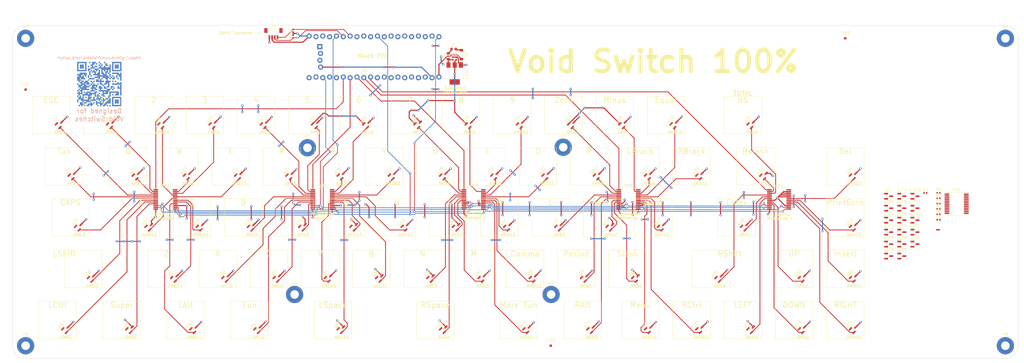
<source format=kicad_pcb>
(kicad_pcb (version 20221018) (generator pcbnew)
  (layers (0 "F.Cu" signal) (31 "B.Cu" signal) (34 "B.Paste" user) (35 "F.Paste" user) (36 "B.SilkS" user "B.Silkscreen") (37 "F.SilkS" user "F.Silkscreen") (38 "B.Mask" user) (39 "F.Mask" user) (44 "Edge.Cuts" user))
  (net 0 "")
  (net 1 "GND")
  (net 2 "+3.3V_QWIIC")
  (net 3 "PB7_SDA1")
  (net 4 "PB6_SCL1")
  (net 5 "FLASH_CS")
  (net 6 "PB14_MISO2")
  (net 7 "SELECT2")
  (net 8 "USART1_RX")
  (net 9 "PB4_DISP_CS")
  (net 10 "USB_D+")
  (net 11 "/Analog Multiplexers/MX-PD0")
  (net 12 "RGBLED")
  (net 13 "PA8_DISP_DATA")
  (net 14 "SELECT1")
  (net 15 "PB13_SCK2")
  (net 16 "PB15_MOSI2")
  (net 17 "USART1_TX")
  (net 18 "SELECT3")
  (net 19 "+5V")
  (net 20 "PB3_DISP_SCK")
  (net 21 "USB_D-")
  (net 22 "AM2")
  (net 23 "PA7_MOSI1")
  (net 24 "AM4")
  (net 25 "PB0_ADC8")
  (net 26 "AM0")
  (net 27 "PWR_SENSE")
  (net 28 "PB1_ADC9_BUZZ")
  (net 29 "SELECT0")
  (net 30 "NRST")
  (net 31 "AM1")
  (net 32 "PA5_SCK1")
  (net 33 "PA6_MISO1")
  (net 34 "AM3")
  (net 35 "SWDIO")
  (net 36 "SWCLK")
  (net 37 "AM0:7")
  (net 38 "AM0:6")
  (net 39 "AM0:5")
  (net 40 "AM0:4")
  (net 41 "AM0:3")
  (net 42 "AM0:2")
  (net 43 "AM0:1")
  (net 44 "AM0:0")
  (net 45 "AM0:15")
  (net 46 "AM0:14")
  (net 47 "AM0:13")
  (net 48 "AM0:12")
  (net 49 "AM0:11")
  (net 50 "AM0:10")
  (net 51 "AM0:9")
  (net 52 "AM0:8")
  (net 53 "AM1:7")
  (net 54 "AM1:6")
  (net 55 "AM1:5")
  (net 56 "AM1:4")
  (net 57 "AM1:3")
  (net 58 "AM1:2")
  (net 59 "AM1:1")
  (net 60 "AM1:0")
  (net 61 "AM1:15")
  (net 62 "AM1:14")
  (net 63 "AM1:13")
  (net 64 "AM1:12")
  (net 65 "AM1:11")
  (net 66 "AM1:10")
  (net 67 "AM1:9")
  (net 68 "AM1:8")
  (net 69 "AM2:7")
  (net 70 "AM2:6")
  (net 71 "AM2:5")
  (net 72 "AM2:4")
  (net 73 "AM2:3")
  (net 74 "AM2:2")
  (net 75 "AM2:14")
  (net 76 "+3.3V")
  (net 77 "AM2:13")
  (net 78 "AM2:12")
  (net 79 "AM2:11")
  (net 80 "AM2:10")
  (net 81 "AM2:9")
  (net 82 "AM2:8")
  (net 83 "AM3:7")
  (net 84 "AM3:6")
  (net 85 "AM3:5")
  (net 86 "AM3:4")
  (net 87 "AM3:3")
  (net 88 "AM3:2")
  (net 89 "AM3:1")
  (net 90 "AM3:14")
  (net 91 "AM3:13")
  (net 92 "AM3:12")
  (net 93 "AM3:11")
  (net 94 "AM3:10")
  (net 95 "AM3:9")
  (net 96 "AM3:8")
  (net 97 "AM4:6")
  (net 98 "AM4:7")
  (net 99 "AM4:13")
  (net 100 "AM4:5")
  (net 101 "AM4:14")
  (net 102 "AM4:4")
  (net 103 "AM4:1")
  (net 104 "AM4:15")
  (net 105 "AM4:3")
  (net 106 "AM4:0")
  (net 107 "AM4:12")
  (net 108 "/Analog Multiplexers/MX-PD1")
  (net 109 "AM2:1")
  (net 110 "AM2:0")
  (net 111 "/Analog Multiplexers/MX-PD2")
  (net 112 "AM2:15")
  (net 113 "Net-(F1-Pad2)")
  (net 114 "SWD_3.3V")
  (net 115 "AM3:0")
  (net 116 "/Analog Multiplexers/MX-PD3")
  (net 117 "AM3:15")
  (net 118 "AM4:2")
  (net 119 "/Analog Multiplexers/MX-PD4")
  (net 120 "AM4:11")
  (net 121 "AM4:10")
  (net 122 "AM4:9")
  (net 123 "AM4:8")
  (net 124 "AM5")
  (net 125 "AM5:7")
  (net 126 "AM5:6")
  (net 127 "AM5:5")
  (net 128 "AM5:4")
  (net 129 "AM5:3")
  (net 130 "AM5:2")
  (net 131 "AM5:1")
  (net 132 "AM5:0")
  (net 133 "/Analog Multiplexers/MX-PD5")
  (net 134 "AM5:15")
  (net 135 "AM5:14")
  (net 136 "AM5:13")
  (net 137 "AM5:12")
  (net 138 "AM5:11")
  (net 139 "AM5:10")
  (net 140 "AM5:9")
  (net 141 "AM5:8")
  (net 142 "Net-(LDO1-VI)")
  (net 143 "Net-(D1-K)")
  (net 144 "Net-(LDO1-VO)")
  (footprint "Package_TO_SOT_SMD:SOT-23" (layer "F.Cu") (at 441.4 241.375 45)
    (fp_text reference "U31")
    (fp_text value "Hall_Sensor")
  )
  (footprint "void_switch:VoidSwitch_1u_SMD" (layer "F.Cu") (at 514.35 295.275)
    (fp_text reference "AM4:0")
    (fp_text value "DOWN")
  )
  (footprint "Package_TO_SOT_SMD:SOT-23" (layer "F.Cu") (at 496.16875 260.425 45)
    (fp_text reference "U48")
    (fp_text value "Hall_Sensor")
  )
  (footprint "void_switch:VoidSwitch_1u_SMD" (layer "F.Cu") (at 400.05 238.125)
    (fp_text reference "AM2:9")
    (fp_text value "I")
  )
  (footprint "Package_TO_SOT_SMD:SOT-23" (layer "F.Cu") (at 559.3 262.575)
    (fp_text reference "U_H1")
    (fp_text value "Hall_Sensor")
  )
  (footprint "void_switch:VoidSwitch_1u_SMD" (layer "F.Cu") (at 271.4625 257.175)
    (fp_text reference "AM0:12")
    (fp_text value "A")
  )
  (footprint "void_switch:VoidSwitch_1u_SMD" (layer "F.Cu") (at 266.7 238.125)
    (fp_text reference "AM0:6")
    (fp_text value "Q")
  )
  (footprint "Connector_JST:JST_SH_BM04B-SRSS-TB_1x04-1MP_P1.00mm_Vertical" (layer "F.Cu") (at 320.75 188.8)
    (fp_text reference "J1")
    (fp_text value "QWIIC")
  )
  (footprint "void_switch:VoidSwitch_1u_SMD" (layer "F.Cu") (at 257.175 219.075)
    (fp_text reference "AM0:7")
    (fp_text value "1")
  )
  (footprint "void_switch:VoidSwitch_1u_SMD" (layer "F.Cu") (at 238.125 219.075)
    (fp_text reference "AM0:5")
    (fp_text value "ESC")
  )
  (footprint "Package_TO_SOT_SMD:SOT-23" (layer "F.Cu") (at 549.52 267.025)
    (fp_text reference "U_F2")
    (fp_text value "Hall_Sensor")
  )
  (footprint "Package_TO_SOT_SMD:SOT-23" (layer "F.Cu") (at 246.1375 241.375 45)
    (fp_text reference "U21")
    (fp_text value "Hall_Sensor")
  )
  (footprint "Package_TO_SOT_SMD:SOT-23" (layer "F.Cu") (at 536.65 260.425 45)
    (fp_text reference "U49")
    (fp_text value "Hall_Sensor")
  )
  (footprint "void_switch:VoidSwitch_1u_SMD" (layer "F.Cu") (at 385.7625 257.175)
    (fp_text reference "AM2:3")
    (fp_text value "J")
  )
  (footprint "MountingHole:MountingHole_3.2mm_M3_Pad" (layer "F.Cu") (at 428.5 231)
    (fp_text reference "H3")
    (fp_text value "MountingHole_Pad")
  )
  (footprint "Package_TO_SOT_SMD:SOT-23" (layer "F.Cu") (at 312.8125 260.425 45)
    (fp_text reference "U39")
    (fp_text value "Hall_Sensor")
  )
  (footprint "void_switch:VoidSwitch_1.25u_SMD" (layer "F.Cu") (at 240.50625 295.275)
    (fp_text reference "AM0:1")
    (fp_text value "LCtrl")
  )
  (footprint "NetTie:NetTie-2_SMD_Pad0.5mm" (layer "F.Cu") (at 567.865 261.69)
    (fp_text reference "NT1" hide)
    (fp_text value "NetTie_2" hide)
  )
  (footprint "void_switch:VoidSwitch_1u_SMD" (layer "F.Cu") (at 352.425 219.075)
    (fp_text reference "AM1:9")
    (fp_text value "6")
  )
  (footprint "void_switch:VoidSwitch_1u_SMD" (layer "F.Cu") (at 414.3375 276.225)
    (fp_text reference "AM2:13")
    (fp_text value "Comma")
  )
  (footprint "void_switch:VoidSwitch_1u_SMD" (layer "F.Cu") (at 500.0625 238.125)
    (fp_text reference "AM4:7")
    (fp_text value "Bslash")
  )
  (footprint "Resistor_SMD:R_0402_1005Metric" (layer "F.Cu") (at 568.07 253.965)
    (fp_text reference "R5")
    (fp_text value "2k2")
  )
  (footprint "Package_TO_SOT_SMD:SOT-23" (layer "F.Cu") (at 446.1625 260.425 45)
    (fp_text reference "U46")
    (fp_text value "Hall_Sensor")
  )
  (footprint "Package_SO:SSOP-24_5.3x8.2mm_P0.65mm" (layer "F.Cu") (at 280.6 250.4)
    (fp_text reference "AM0")
    (fp_text value "CD74HC4067SM")
  )
  (footprint "Package_TO_SOT_SMD:SOT-23" (layer "F.Cu") (at 293.7625 260.425 45)
    (fp_text reference "U38")
    (fp_text value "Hall_Sensor")
  )
  (footprint "Package_TO_SOT_SMD:SOT-23" (layer "F.Cu") (at 554.41 262.575)
    (fp_text reference "U_F7")
    (fp_text value "Hall_Sensor")
  )
  (footprint "void_switch:VoidSwitch_1.25u_SMD" (layer "F.Cu") (at 311.94375 295.275)
    (fp_text reference "AM1:2")
    (fp_text value "Fun")
  )
  (footprint "void_switch:VoidSwitch_1u_SMD" (layer "F.Cu") (at 404.8125 257.175)
    (fp_text reference "AM2:12")
    (fp_text value "K")
  )
  (footprint "void_switch:VoidSwitch_1u_SMD" (layer "F.Cu") (at 280.9875 276.225)
    (fp_text reference "AM0:14")
    (fp_text value "Z")
  )
  (footprint "Capacitor_SMD:C_0402_1005Metric" (layer "F.Cu") (at 387.45 197.975 90)
    (fp_text reference "C1")
    (fp_text value "10u")
  )
  (footprint "void_switch:VoidSwitch_1u_SMD" (layer "F.Cu") (at 395.2875 276.225)
    (fp_text reference "AM2:2")
    (fp_text value "M")
  )
  (footprint "void_switch:VoidSwitch_1u_SMD" (layer "F.Cu") (at 376.2375 276.225)
    (fp_text reference "AM2:5")
    (fp_text value "N")
  )
  (footprint "Package_TO_SOT_SMD:SOT-23" (layer "F.Cu") (at 559.3 267.025)
    (fp_text reference "U_I1")
    (fp_text value "Hall_Sensor")
  )
  (footprint "Fiducial:Fiducial_1mm_Mask2mm" (layer "F.Cu") (at 228.6 209.55)
    (fp_text reference "FID1")
    (fp_text value "Fiducial")
  )
  (footprint "Package_TO_SOT_SMD:SOT-23" (layer "F.Cu") (at 346.15 241.375 45)
    (fp_text reference "U26")
    (fp_text value "Hall_Sensor")
  )
  (footprint "Package_TO_SOT_SMD:SOT-23" (layer "F.Cu") (at 559.3 253.675)
    (fp_text reference "U_F11")
    (fp_text value "Hall_Sensor")
  )
  (footprint "Fiducial:Fiducial_1mm_Mask2mm" (layer "F.Cu") (at 423.8625 304.8)
    (fp_text reference "FID2")
    (fp_text value "Fiducial")
  )
  (footprint "void_switch:VoidSwitch_1u_SMD" (layer "F.Cu") (at 295.275 219.075)
    (fp_text reference "AM0:9")
    (fp_text value "3")
  )
  (footprint "void_switch:VoidSwitch_1u_SMD" (layer "F.Cu") (at 314.325 219.075)
    (fp_text reference "AM1:6")
    (fp_text value "4")
  )
  (footprint "Package_TO_SOT_SMD:SOT-23" (layer "F.Cu") (at 365.2 241.375 45)
    (fp_text reference "U27")
    (fp_text value "Hall_Sensor")
  )
  (footprint "Package_TO_SOT_SMD:SOT-23" (layer "F.Cu") (at 260.425 222.325 45)
    (fp_text reference "U8")
    (fp_text value "Hall_Sensor")
  )
  (footprint "Package_TO_SOT_SMD:SOT-23" (layer "F.Cu") (at 517.6 298.525 45)
    (fp_text reference "U75")
    (fp_text value "Hall_Sensor")
  )
  (footprint "void_switch:VoidSwitch_1u_SMD" (layer "F.Cu") (at 319.0875 276.225)
    (fp_text reference "AM1:1")
    (fp_text value "C")
  )
  (footprint "void_switch:VoidSwitch_1u_SMD" (layer "F.Cu") (at 366.7125 257.1753)
    (fp_text reference "AM1:11")
    (fp_text value "H")
  )
  (footprint "void_switch:VoidSwitch_1.25u_SMD" (layer "F.Cu") (at 411.95625 295.275)
    (fp_text reference "AM2:14")
    (fp_text value "More Fun")
  )
  (footprint "Package_TO_SOT_SMD:SOT-23" (layer "F.Cu") (at 549.52 253.675)
    (fp_text reference "U_D1")
    (fp_text value "Hall_Sensor")
  )
  (footprint "Package_SO:SSOP-24_5.3x8.2mm_P0.65mm" (layer "F.Cu") (at 339 250.4)
    (fp_text reference "AM1")
    (fp_text value "CD74HC4067SM")
  )
  (footprint "Resistor_SMD:R_0402_1005Metric" (layer "F.Cu") (at 328.1 189.8 -90)
    (fp_text reference "R2")
    (fp_text value "2k2")
  )
  (footprint "Package_TO_SOT_SMD:SOT-23" (layer "F.Cu") (at 559.3 249.225)
    (fp_text reference "U_F10")
    (fp_text value "Hall_Sensor")
  )
  (footprint "void_switch:VoidSwitch_1u_SMD" (layer "F.Cu") (at 533.4 257.175)
    (fp_text reference "AM4:13")
    (fp_text value "PrintScrn")
  )
  (footprint "Package_TO_SOT_SMD:SOT-23" (layer "F.Cu") (at 422.35 241.375 45)
    (fp_text reference "U30")
    (fp_text value "Hall_Sensor")
  )
  (footprint "void_switch:VoidSwitch_1u_SMD" (layer "F.Cu") (at 514.35 276.225)
    (fp_text reference "AM4:1")
    (fp_text value "UP")
  )
  (footprint "Capacitor_SMD:C_0402_1005Metric" (layer "F.Cu") (at 563.18 247.985)
    (fp_text reference "C3")
    (fp_text value "10u")
  )
  (footprint "void_switch:VoidSwitch_1u_SMD" (layer "F.Cu") (at 371.475 219.075)
    (fp_text reference "AM2:7")
    (fp_text value "7")
  )
  (footprint "void_switch:VoidSwitch_1u_SMD" (layer "F.Cu") (at 533.4 276.225)
    (fp_text reference "AM4:14")
    (fp_text value "Insert")
  )
  (footprint "void_switch:VoidSwitch_1u_SMD" (layer "F.Cu") (at 285.75 238.125)
    (fp_text reference "AM0:8")
    (fp_text value "W")
  )
  (footprint "Resistor_SMD:R_0402_1005Metric" (layer "F.Cu") (at 328.1 187.69 90)
    (fp_text reference "R1")
    (fp_text value "2k2")
  )
  (footprint "void_switch:VoidSwitch_1u_SMD" (layer "F.Cu") (at 433.3875 276.225)
    (fp_text reference "AM3:4")
    (fp_text value "Period")
  )
  (footprint "void_switch:VoidSwitch_1u_SMD" (layer "F.Cu") (at 328.6125 257.175)
    (fp_text reference "AM1:0")
    (fp_text value "F")
  )
  (footprint "Package_TO_SOT_SMD:SOT-23" (layer "F.Cu") (at 549.52 258.125)
    (fp_text reference "U_D2")
    (fp_text value "Hall_Sensor")
  )
  (footprint "Resistor_SMD:R_0402_1005Metric" (layer "F.Cu") (at 568.07 247.995)
    (fp_text reference "R0")
    (fp_text value "2k2")
  )
  (footprint "Package_TO_SOT_SMD:SOT-23" (layer "F.Cu") (at 554.41 253.675)
    (fp_text reference "U_F5")
    (fp_text value "Hall_Sensor")
  )
  (footprint "void_switch:VoidSwitch_1u_SMD" (layer "F.Cu") (at 309.5625 257.175)
    (fp_text reference "AM1:4")
    (fp_text value "D")
  )
  (footprint "void_switch:VoidSwitch_1u_SMD" (layer "F.Cu") (at 495.3 295.275)
    (fp_text reference "AM4:3")
    (fp_text value "LEFT")
  )
  (footprint "Package_TO_SOT_SMD:SOT-23" (layer "F.Cu") (at 549.52 262.575)
    (fp_text reference "U_F1")
    (fp_text value "Hall_Sensor")
  )
  (footprint "Package_SO:SSOP-24_5.3x8.2mm_P0.65mm" (layer "F.Cu") (at 452.8 250.4)
    (fp_text reference "AM3")
    (fp_text value "CD74HC4067SM")
  )
  (footprint "void_switch:VoidSwitch_1u_SMD" (layer "F.Cu") (at 438.15 238.125)
    (fp_text reference "AM3:6")
    (fp_text value "P")
  )
  (footprint "Package_TO_SOT_SMD:SOT-23" (layer "F.Cu") (at 317.575 222.325 45)
    (fp_text reference "U11")
    (fp_text value "Hall_Sensor")
  )
  (footprint "Package_TO_SOT_SMD:SOT-23" (layer "F.Cu") (at 303.2875 279.475 45)
    (fp_text reference "U52")
    (fp_text value "Hall_Sensor")
  )
  (footprint "Package_TO_SOT_SMD:SOT-23" (layer "F.Cu") (at 549.52 249.225)
    (fp_text reference "U1")
    (fp_text value "Hall_Sensor")
  )
  (footprint "Resistor_SMD:R_0402_1005Metric" (layer "F.Cu") (at 568.07 255.955)
    (fp_text reference "R6")
    (fp_text value "2k2")
  )
  (footprint "Fiducial:Fiducial_1mm_Mask2mm" (layer "F.Cu") (at 533.4 190.5)
    (fp_text reference "FID3")
    (fp_text value "Fiducial")
  )
  (footprint "blackpill:BlackPill_STLINK" (layer "F.Cu") (at 357.1875 197.4 -90)
    (fp_text reference "U6")
    (fp_text value "BlackPill_STLINK")
  )
  (footprint "void_switch:VoidSwitch_1u_SMD" (layer "F.Cu") (at 361.95 238.125)
    (fp_text reference "AM1:10")
    (fp_text value "Y")
  )
  (footprint "Package_TO_SOT_SMD:SOT-23" (layer "F.Cu") (at 274.7125 260.425 45)
    (fp_text reference "U37")
    (fp_text value "Hall_Sensor")
  )
  (footprint "Resistor_SMD:R_0402_1005Metric" (layer "F.Cu") (at 568.07 249.985)
    (fp_text reference "R3")
    (fp_text value "2k2")
  )
  (footprint "Package_TO_SOT_SMD:SOT-23" (layer "F.Cu") (at 554.41 271.475)
    (fp_text reference "U_F9")
    (fp_text value "Hall_Sensor")
  )
  (footprint "Package_TO_SOT_SMD:SOT-23" (layer "F.Cu") (at 536.65 298.525 45)
    (fp_text reference "U76")
    (fp_text value "Hall_Sensor")
  )
  (footprint "void_switch:VoidSwitch_1u_SMD" (layer "F.Cu") (at 452.4375 276.225)
    (fp_text reference "AM3:1")
    (fp_text value "Slash")
  )
  (footprint "Package_TO_SOT_SMD:SOT-23" (layer "F.Cu") (at 427.1125 260.425 45)
    (fp_text reference "U45")
    (fp_text value "Hall_Sensor")
  )
  (footprint "void_switch:VoidSwitch_1u_SMD" (layer "F.Cu") (at 342.9 295.275)
    (fp_text reference "AM1:14")
    (fp_text value "LSpace")
  )
  (footprint "Package_TO_SOT_SMD:SOT-23" (layer "F.Cu") (at 431.875 222.325 45)
    (fp_text reference "U17")
    (fp_text value "Hall_Sensor")
  )
  (footprint "Package_TO_SOT_SMD:SOT-23" (layer "F.Cu") (at 398.5375 279.475 45)
    (fp_text reference "U57")
    (fp_text value "Hall_Sensor")
  )
  (footprint "Package_TO_SOT_SMD:SOT-23" (layer "F.Cu") (at 355.675 222.325 45)
    (fp_text reference "U13")
    (fp_text value "Hall_Sensor")
  )
  (footprint "Package_TO_SOT_SMD:SOT-23" (layer "F.Cu") (at 369.9625 260.425 45)
    (fp_text reference "U42")
    (fp_text value "Hall_Sensor")
  )
  (footprint "void_switch:VoidSwitch_1u_SMD" (layer "F.Cu") (at 447.675 219.075)
    (fp_text reference "AM3:8")
    (fp_text value "Minus")
  )
  (footprint "Package_TO_SOT_SMD:SOT-23" (layer "F.Cu") (at 465.2125 260.425 45)
    (fp_text reference "U47")
    (fp_text value "Hall_Sensor")
  )
  (footprint "Package_SO:SSOP-24_5.3x8.2mm_P0.65mm" (layer "F.Cu") (at 574.8 252.025)
    (fp_text reference "AM5")
    (fp_text value "CD74HC4067SM")
  )
  (footprint "Package_TO_SOT_SMD:SOT-23" (layer "F.Cu") (at 374.725 222.325 45)
    (fp_text reference "U14")
    (fp_text value "Hall_Sensor")
  )
  (footprint "Inductor_SMD:L_0805_2012Metric" (layer "F.Cu") (at 385.75 197.175 90)
    (fp_text reference "FB1")
    (fp_text value "100 @ 100 MHz")
  )
  (footprint "void_switch:VoidSwitch_1u_SMD" (layer "F.Cu") (at 442.9125 257.175)
    (fp_text reference "AM3:2")
    (fp_text value "Semi")
  )
  (footprint "Package_TO_SOT_SMD:SOT-23" (layer "F.Cu") (at 517.6 279.475 45)
    (fp_text reference "U62")
    (fp_text value "Hall_Sensor")
  )
  (footprint "Package_TO_SOT_SMD:SOT-23" (layer "F.Cu") (at 469.975 222.325 45)
    (fp_text reference "U19")
    (fp_text value "Hall_Sensor")
  )
  (footprint "void_switch:VoidSwitch_1u_SMD" (layer "F.Cu") (at 457.2 295.275)
    (fp_text reference "AM3:14")
    (fp_text value "Menu")
  )
  (footprint "Package_TO_SOT_SMD:SOT-23" (layer "F.Cu") (at 503.3125 241.375 45)
    (fp_text reference "U34")
    (fp_text value "Hall_Sensor")
  )
  (footprint "Resistor_SMD:R_0402_1005Metric" (layer "F.Cu") (at 568.07 251.975)
    (fp_text reference "R4")
    (fp_text value "2k2")
  )
  (footprint "Package_TO_SOT_SMD:SOT-23" (layer "F.Cu") (at 389.0125 260.425 45)
    (fp_text reference "U43")
    (fp_text value "Hall_Sensor")
  )
  (footprint "Package_TO_SOT_SMD:SOT-23" (layer "F.Cu") (at 350.9125 260.425 45)
    (fp_text reference "U41")
    (fp_text value "Hall_Sensor")
  )
  (footprint "void_switch:VoidSwitch_1u_SMD" (layer "F.Cu") (at 333.375 219.075)
    (fp_text reference "AM1:7")
    (fp_text value "5")
  )
  (footprint "Package_TO_SOT_SMD:SOT-23" (layer "F.Cu") (at 412.825 222.325 45)
    (fp_text reference "U16")
    (fp_text value "Hall_Sensor")
  )
  (footprint "MountingHole:MountingHole_3.2mm_M3_Pad" (layer "F.Cu") (at 592.925 304.8)
    (fp_text reference "H8")
    (fp_text value "MountingHole_Pad")
  )
  (footprint "Package_SO:SSOP-24_5.3x8.2mm_P0.65mm" (layer "F.Cu") (at 508.8 250.4)
    (fp_text reference "AM4")
    (fp_text value "CD74HC4067SM")
  )
  (footprint "void_switch:VoidSwitch_1u_SMD" (layer "F.Cu") (at 245.26875 257.175)
    (fp_text reference "AM0:3")
    (fp_text value "CAPS")
  )
  (footprint "void_switch:VoidSwitch_1u_SMD" (layer "F.Cu") (at 357.1875 276.225)
    (fp_text reference "AM1:12")
    (fp_text value "B")
  )
  (footprint "Package_TO_SOT_SMD:SOT-23" (layer "F.Cu") (at 479.5 241.375 45)
    (fp_text reference "U33")
    (fp_text value "Hall_Sensor")
  )
  (footprint "Package_TO_SOT_SMD:SOT-23" (layer "F.Cu") (at 298.525 222.325 45)
    (fp_text reference "U10")
    (fp_text value "Hall_Sensor")
  )
  (footprint "void_switch:VoidSwitch_1u_SMD" (layer "F.Cu") (at 276.225 219.075)
    (fp_text reference "AM0:10")
    (fp_text value "2")
  )
  (footprint "Package_TO_SOT_SMD:SOT-23" (layer "F.Cu") (at 322.3375 279.475 45)
    (fp_text reference "U53")
    (fp_text value "Hall_Sensor")
  )
  (footprint "Package_TO_SOT_SMD:SOT-23" (layer "F.Cu") (at 284.2375 279.475 45)
    (fp_text reference "U51")
    (fp_text value "Hall_Sensor")
  )
  (footprint "Package_TO_SOT_SMD:SOT-23" (layer "F.Cu") (at 379.4875 279.475 45)
    (fp_text reference "U56")
    (fp_text value "Hall_Sensor")
  )
  (footprint "Package_TO_SOT_SMD:SOT-23" (layer "F.Cu") (at 289 241.375 45)
    (fp_text reference "U23")
    (fp_text value "Hall_Sensor")
  )
  (footprint "Package_TO_SOT_SMD:SOT-23" (layer "F.Cu") (at 450.925 222.325 45)
    (fp_text reference "U18")
    (fp_text value "Hall_Sensor")
  )
  (footprint "Capacitor_SMD:C_0402_1005Metric" (layer "F.Cu") (at 388.75 197.974998 90)
    (fp_text reference "C2")
    (fp_text value "10u")
  )
  (footprint "Package_TO_SOT_SMD:SOT-23" (layer "F.Cu") (at 327.1 241.375 45)
    (fp_text reference "U25")
    (fp_text value "Hall_Sensor")
  )
  (footprint "Package_TO_SOT_SMD:SOT-23" (layer "F.Cu") (at 455.6875 279.475 45)
    (fp_text reference "U60")
    (fp_text value "Hall_Sensor")
  )
  (footprint "Package_TO_SOT_SMD:SOT-23" (layer "F.Cu") (at 241.375 222.325 45)
    (fp_text reference "U7")
    (fp_text value "Hall_Sensor")
  )
  (footprint "Package_TO_SOT_SMD:SOT-23" (layer "F.Cu") (at 291.38125 298.525 45)
    (fp_text reference "U66")
    (fp_text value "Hall_Sensor")
  )
  (footprint "Package_TO_SOT_SMD:SOT-23" (layer "F.Cu") (at 279.475 222.325 45)
    (fp_text reference "U9")
    (fp_text value "Hall_Sensor")
  )
  (footprint "void_switch:VoidSwitch_1u_SMD" (layer "F.Cu") (at 290.5125 257.175)
    (fp_text reference "AM0:13")
    (fp_text value "S")
  )
  (footprint "void_switch:VoidSwitch_1.25u_SMD" (layer "F.Cu") (at 435.76875 295.275)
    (fp_text reference "AM3:3")
    (fp_text value "RAlt")
  )
  (footprint "MountingHole:MountingHole_3.2mm_M3_Pad" (layer "F.Cu") (at 592.925 190.5)
    (fp_text reference "H4")
    (fp_text value "MountingHole_Pad")
  )
  (footprint "Package_TO_SOT_SMD:SOT-23" (layer "F.Cu") (at 267.56875 298.525 45)
    (fp_text reference "U65")
    (fp_text value "Hall_Sensor")
  )
  (footprint "Package_TO_SOT_SMD:SOT-23" (layer "F.Cu") (at 360.4375 279.475 45)
    (fp_text reference "U55")
    (fp_text value "Hall_Sensor")
  )
  (footprint "void_switch:VoidSwitch_1u_SMD" (layer "F.Cu") (at 492.91875 257.175)
    (fp_text reference "AM4:4")
    (fp_text value "Enter")
  )
  (footprint "void_switch:VoidSwitch_1u_SMD" (layer "F.Cu") (at 323.85 238.125)
    (fp_text reference "AM1:5")
    (fp_text value "R")
  )
  (footprint "Diode_SMD:D_SOD-123" (layer "F.Cu") (at 390.650001 196.574999 -90)
    (fp_text reference "D1")
    (fp_text value "B5819W")
  )
  (footprint "MountingHole:MountingHole_3.2mm_M3_Pad" (layer "F.Cu") (at 228.6 304.8)
    (fp_text reference "H5")
    (fp_text value "MountingHole_Pad")
  )
  (footprint "void_switch:VoidSwitch_1u_SMD" (layer "F.Cu") (at 342.9 238.125)
    (fp_text reference "AM1:8")
    (fp_text value "T")
  )
  (footprint "void_switch:VoidSwitch_1u_SMD" (layer "F.Cu") (at 495.3 219.075)
    (fp_text reference "AM4:6")
    (fp_text value "BS")
  )
  (footprint "Package_TO_SOT_SMD:SOT-23" (layer "F.Cu") (at 393.775 222.325 45)
    (fp_text reference "U15")
    (fp_text value "Hall_Sensor")
  )
  (footprint "Package_TO_SOT_SMD:SOT-23" (layer "F.Cu") (at 341.3875 279.475 45)
    (fp_text reference "U54")
    (fp_text value "Hall_Sensor")
  )
  (footprint "Package_TO_SOT_SMD:SOT-23" (layer "F.Cu") (at 308.05 241.375 45)
    (fp_text reference "U24")
    (fp_text value "Hall_Sensor")
  )
  (footprint "Package_TO_SOT_SMD:SOT-23" (layer "F.Cu") (at 253.28125 279.475 45)
    (fp_text reference "U50")
    (fp_text value "Hall_Sensor")
  )
  (footprint "Package_TO_SOT_SMD:SOT-23" (layer "F.Cu") (at 536.65 279.475 45)
    (fp_text reference "U63")
    (fp_text value "Hall_Sensor")
  )
  (footprint "void_switch:VoidSwitch_1u_SMD" (layer "F.Cu") (at 466.725 219.075)
    (fp_text reference "AM3:10")
    (fp_text value "Equal")
  )
  (footprint "Package_TO_SOT_SMD:SOT-23" (layer "F.Cu") (at 243.75625 298.525 45)
    (fp_text reference "U64")
    (fp_text value "Hall_Sensor")
  )
  (footprint "Package_TO_SOT_SMD:SOT-23" (layer "F.Cu") (at 436.6375 279.475 45)
    (fp_text reference "U59")
    (fp_text value "Hall_Sensor")
  )
  (footprint "Package_TO_SOT_SMD:SOT-23" (layer "F.Cu") (at 460.45 241.375 45)
    (fp_text reference "U32")
    (fp_text value "Hall_Sensor")
  )
  (footprint "Package_TO_SOT_SMD:SOT-23" (layer "F.Cu") (at 460.45 298.525 45)
    (fp_text reference "U72")
    (fp_text value "Hall_Sensor")
  )
  (footprint "void_switch:VoidSwitch_1u_SMD" (layer "F.Cu") (at 338.1375 276.225)
    (fp_text reference "AM1:15")
    (fp_text value "V")
  )
  (footprint "Package_TO_SOT_SMD:SOT-23" (layer "F.Cu") (at 554.41 267.025)
    (fp_text reference "U_F8")
    (fp_text value "Hall_Sensor")
  )
  (footprint "void_switch:VoidSwitch_1u_SMD" (layer "F.Cu") (at 428.625 219.075)
    (fp_text reference "AM3:7")
    (fp_text value "Zero")
  )
  (footprint "void_switch:VoidSwitch_1u_SMD" (layer "F.Cu") (at 390.525 219.075)
    (fp_text reference "AM2:8")
    (fp_text value "8")
  )
  (footprint "void_switch:VoidSwitch_1u_SMD" (layer "F.Cu") (at 409.575 219.075)
    (fp_text reference "AM2:10")
    (fp_text value "9")
  )
  (footprint "Package_TO_SOT_SMD:SOT-23" (layer "F.Cu") (at 486.64375 279.475 45)
    (fp_text reference "U61")
    (fp_text value "Hall_Sensor")
  )
  (footprint "Package_TO_SOT_SMD:SOT-23" (layer "F.Cu") (at 549.52 271.475)
    (fp_text reference "U_F3")
    (fp_text value "Hall_Sensor")
  )
  (footprint "void_switch:VoidSwitch_1u_SMD" (layer "F.Cu") (at 461.9625 257.175)
    (fp_text reference "AM3:12")
    (fp_text value "Quot")
  )
  (footprint "Package_TO_SOT_SMD:SOT-23" (layer "F.Cu") (at 554.41 249.225)
    (fp_text reference "U_F4")
    (fp_text value "Hall_Sensor")
  )
  (footprint "void_switch:VoidSwitch_1u_SMD" (layer "F.Cu") (at 347.6625 257.175)
    (fp_text reference "AM1:13")
    (fp_text value "G")
  )
  (footprint "Package_TO_SOT_SMD:SOT-23" (layer "F.Cu") (at 417.5875 279.475 45)
    (fp_text reference "U58")
    (fp_text value "Hall_Sensor")
  )
  (footprint "Package_TO_SOT_SMD:SOT-23" (layer "F.Cu") (at 346.15 298.525 45)
    (fp_text reference "U68")
    (fp_text value "Hall_Sensor")
  )
  (footprint "void_switch:VoidSwitch_1u_SMD" (layer "F.Cu") (at 304.8 238.125)
    (fp_text reference "AM0:11")
    (fp_text value "E")
  )
  (footprint "Package_TO_SOT_SMD:SOT-23" (layer "F.Cu") (at 269.95 241.375 45)
    (fp_text reference "U22")
    (fp_text value "Hall_Sensor")
  )
  (footprint "void_switch:VoidSwitch_1u_SMD" (layer "F.Cu") (at 533.4 238.125)
    (fp_text reference "AM4:12")
    (fp_text value "Del")
  )
  (footprint "Package_TO_SOT_SMD:SOT-23" (layer "F.Cu") (at 408.0625 260.425 45)
    (fp_text reference "U44")
    (fp_text value "Hall_Sensor")
  )
  (footprint "MountingHole:MountingHole_3.2mm_M3_Pad" (layer "F.Cu") (at 328.6125 285.75)
    (fp_text reference "H6")
    (fp_text value "MountingHole_Pad")
  )
  (footprint "void_switch:VoidSwitch_1.25u_SMD" (layer "F.Cu") (at 288.13125 295.275)
    (fp_text reference "AM0:15")
    (fp_text value "LAlt")
  )
  (footprint "Package_TO_SOT_SMD:SOT-23" (layer "F.Cu") (at 384.25 241.375 45)
    (fp_text reference "U28")
    (fp_text value "Hall_Sensor")
  )
  (footprint "MountingHole:MountingHole_3.2mm_M3_Pad" (layer "F.Cu") (at 333.4 231.2)
    (fp_text reference "H2")
    (fp_text value "MountingHole_Pad")
  )
  (footprint "Package_TO_SOT_SMD:SOT-23" (layer "F.Cu") (at 248.51875 260.425 45)
    (fp_text reference "U36")
    (fp_text value "Hall_Sensor")
  )
  (footprint "void_switch:VoidSwitch_1u_SMD" (layer "F.Cu") (at 457.2 238.125)
    (fp_text reference "AM3:9")
    (fp_text value "LBrack")
  )
  (footprint "void_switch:VoidSwitch_65_pct" (layer "F.Cu") (at 371.475 219.075)
    (fp_text reference "REF**" hide)
    (fp_text value "65pct")
  )
  (footprint "Package_TO_SOT_SMD:SOT-23" (layer "F.Cu") (at 415.20625 298.525 45)
    (fp_text reference "U70")
    (fp_text value "Hall_Sensor")
  )
  (footprint "MountingHole:MountingHole_3.2mm_M3_Pad" (layer "F.Cu") (at 424 285.75)
    (fp_text reference "H7")
    (fp_text value "MountingHole_Pad")
  )
  (footprint "Package_TO_SOT_SMD:SOT-23" (layer "F.Cu") (at 498.55 222.325 45)
    (fp_text reference "U20")
    (fp_text value "Hall_Sensor")
  )
  (footprint "Package_TO_SOT_SMD:SOT-223-3_TabPin2" (layer "F.Cu") (at 388.15 203.575 -90)
    (fp_text reference "LDO1")
    (fp_text value "AMS1117-3.3")
  )
  (footprint "Resistor_SMD:R_0402_1005Metric" (layer "F.Cu") (at 568.07 257.945)
    (fp_text reference "R7")
    (fp_text value "2k2")
  )
  (footprint "void_switch:VoidSwitch_1u_SMD" (layer "F.Cu") (at 476.25 238.125)
    (fp_text reference "AM3:11")
    (fp_text value "RBrack")
  )
  (footprint "Package_TO_SOT_SMD:SOT-23" (layer "F.Cu") (at 384.25 298.525 45)
    (fp_text reference "U69")
    (fp_text value "Hall_Sensor")
  )
  (footprint "void_switch:VoidSwitch_1u_SMD" (layer "F.Cu") (at 300.0375 276.225)
    (fp_text reference "AM1:3")
    (fp_text value "X")
  )
  (footprint "Package_TO_SOT_SMD:SOT-23" (layer "F.Cu") (at 536.65 241.375 45)
    (fp_text reference "U35")
    (fp_text value "Hall_Sensor")
  )
  (footprint "Package_TO_SOT_SMD:SOT-23" (layer "F.Cu") (at 336.625 222.325 45)
    (fp_text reference "U12")
    (fp_text value "Hall_Sensor")
  )
  (footprint "void_switch:VoidSwitch_1u_SMD" (layer "F.Cu") (at 476.25 295.275)
    (fp_text reference "AM3:13")
    (fp_text value "RCtrl")
  )
  (footprint "void_switch:VoidSwitch_1u_SMD" (layer "F.Cu") (at 533.4 295.275)
    (fp_text reference "AM4:15")
    (fp_text value "RIGHT")
  )
  (footprint "Package_TO_SOT_SMD:SOT-23" (layer "F.Cu") (at 479.5 298.525 45)
    (fp_text reference "U73")
    (fp_text value "Hall_Sensor")
  )
  (footprint "Package_TO_SOT_SMD:SOT-23" (layer "F.Cu") (at 559.3 258.125)
    (fp_text reference "U_F12")
    (fp_text value "Hall_Sensor")
  )
  (footprint "void_switch:VoidSwitch_1u_SMD" (layer "F.Cu") (at 381 295.275)
    (fp_text reference "AM2:4")
    (fp_text value "RSpace")
  )
  (footprint "void_switch:VoidSwitch_1u_SMD" (layer "F.Cu") (at 419.1 238.125)
    (fp_text reference "AM2:11")
    (fp_text value "O")
  )
  (footprint "Package_TO_SOT_SMD:SOT-23" (layer "F.Cu") (at 403.3 241.375 45)
    (fp_text reference "U29")
    (fp_text value "Hall_Sensor")
  )
  (footprint "Package_TO_SOT_SMD:SOT-23" (layer "F.Cu") (at 554.41 258.125)
    (fp_text reference "U_F6")
    (fp_text value "Hall_Sensor")
  )
  (footprint "Package_TO_SOT_SMD:SOT-23" (layer "F.Cu") (at 315.19375 298.525 45)
    (fp_text reference "U67")
    (fp_text value "Hall_Sensor")
  )
  (footprint "void_switch:VoidSwitch_1u_SMD" (layer "F.Cu") (at 242.8875 238.125)
    (fp_text reference "AM0:4")
    (fp_text value "Tab")
  )
  (footprint "void_switch:VoidSwitch_1.25u_SMD" (layer "F.Cu") (at 264.31875 295.275)
    (fp_text reference "AM0:0")
    (fp_text value "Super")
  )
  (footprint "Package_TO_SOT_SMD:SOT-23" (layer "F.Cu") (at 498.55 298.525 45)
    (fp_text reference "U74")
    (fp_text value "Hall_Sensor")
  )
  (footprint "Package_TO_SOT_SMD:SOT-23" (layer "F.Cu") (at 439.01875 298.525 45)
    (fp_text reference "U71")
    (fp_text value "Hall_Sensor")
  )
  (footprint "MountingHole:MountingHole_3.2mm_M3_Pad" (layer "F.Cu") (at 228.6 190.5)
    (fp_text reference "H1")
    (fp_text value "MountingHole_Pad")
  )
  (footprint "Package_TO_SOT_SMD:SOT-23" (layer "F.Cu") (at 331.8625 260.425 45)
    (fp_text reference "U40")
    (fp_text value "Hall_Sensor")
  )
  (footprint "void_switch:VoidSwitch_1u_SMD" (layer "F.Cu") (at 381 238.125)
    (fp_text reference "AM2:6")
    (fp_text value "U")
  )
  (footprint "void_switch:VoidSwitch_1u_SMD" (layer "F.Cu") (at 483.39375 276.225)
    (fp_text reference "AM4:5")
    (fp_text value "RShift")
  )
  (footprint "Fuse:Fuse_0603_1608Metric" (layer "F.Cu") (at 387.750001 194.475001 180)
    (fp_text reference "F1")
    (fp_text value "500mA")
  )
  (footprint "void_switch:VoidSwitch_1u_SMD" (layer "F.Cu") (at 423.8625 257.175)
    (fp_text reference "AM3:5")
    (fp_text value "L")
  )
  (footprint "Package_SO:SSOP-24_5.3x8.2mm_P0.65mm" (layer "F.Cu") (at 395.2 250.4)
    (fp_text reference "AM2")
    (fp_text value "CD74HC4067SM")
  )
  (footprint "void_switch:VoidSwitch_1u_SMD" (layer "F.Cu") (at 250.03125 276.225)
    (fp_text reference "AM0:2")
    (fp_text value "LShift")
  )
  (footprint "void_switch:VoidSwitch_Repo_QR_0.5mm" (layer "B.Cu") (at 256 207.5 180)
    (fp_text reference "QR*****" hide)
    (fp_text value "https://github.com/riskable/void_switch")
  )
  (gr_arc (start 223.8375 190.5) (mid 225.232404 187.132404) (end 228.6 185.7375) (stroke (width 0.1)) (layer "Edge.Cuts"))
  (gr_arc (start 228.6 309.5625) (mid 225.232404 308.167596) (end 223.8375 304.8) (stroke (width 0.1)) (layer "Edge.Cuts"))
  (gr_line (start 597.6875 304.8) (end 597.6875 190.5) (stroke (width 0.1)) (layer "Edge.Cuts"))
  (gr_line (start 223.8375 190.5) (end 223.8375 304.8) (stroke (width 0.1)) (layer "Edge.Cuts"))
  (gr_line (start 228.6 309.5625) (end 592.925 309.5625) (stroke (width 0.1)) (layer "Edge.Cuts"))
  (gr_line (start 592.925 185.7375) (end 228.6 185.7375) (stroke (width 0.1)) (layer "Edge.Cuts"))
  (gr_arc (start 592.925 185.7375) (mid 596.292596 187.132404) (end 597.6875 190.5) (stroke (width 0.1)) (layer "Edge.Cuts"))
  (gr_arc (start 597.6875 304.8) (mid 596.292596 308.167596) (end 592.925 309.5625) (stroke (width 0.1)) (layer "Edge.Cuts"))
  (gr_text "Subatomic\nEncabulator" (at 388.4 209.7) (layer "F.SilkS") (effects (font (size 1 1) (thickness 0.2))))
  (gr_text "Aprehension\nManipulator 0" (at 280.5 256.5) (layer "F.SilkS") (effects (font (size 1 1) (thickness 0.2))))
  (gr_text "Apocalypse\nMisdirector 3" (at 453 256.5) (layer "F.SilkS") (effects (font (size 1 1) (thickness 0.2))))
  (gr_text "Void Switch 100%" (at 462 199.1) (layer "F.SilkS") (effects (font (size 8 8) (thickness 1.5))))
  (gr_text "Black Pill" (at 357.5 197) (layer "F.SilkS") (effects (font (size 1.5 1.5) (thickness 0.3))))
  (gr_text "Annihilating\nManiac 1" (at 339.2 256.5) (layer "F.SilkS") (effects (font (size 1 1) (thickness 0.2))))
  (gr_text "QWIIC Connector ->" (at 308.5 188.5) (layer "F.SilkS") (effects (font (size 1 1) (thickness 0.2))))
  (gr_text "TOTAL" (at 495.3 211) (layer "F.SilkS") (effects (font (size 1.65 1.65) (thickness 0.3))))
  (gr_text "Assertion\nMassager 2" (at 395.45 256.35) (layer "F.SilkS") (effects (font (size 1 1) (thickness 0.2))))
  (gr_text "Assuading\nMisfortune 4" (at 509.05 256.7) (layer "F.SilkS") (effects (font (size 1 1) (thickness 0.2))))
  (segment (start 371.85 217.25) (end 374.6 217.25) (width 0.4) (layer "F.Cu") (net 0))
  (segment (start 388.15 213.65) (end 378.2 213.65) (width 0.4) (layer "F.Cu") (net 0))
  (segment (start 373.390336 222.316161) (end 371.25 220.175825) (width 0.4) (layer "F.Cu") (net 0))
  (segment (start 388.15 213.65) (end 388.15 218.025825) (width 0.4) (layer "F.Cu") (net 0))
  (segment (start 388.15 200.424999) (end 388.15 203.65) (width 0.4) (layer "F.Cu") (net 0))
  (segment (start 388.15 199.054998) (end 388.75 198.454998) (width 0.4) (layer "F.Cu") (net 0))
  (segment (start 371.25 217.85) (end 371.85 217.25) (width 0.4) (layer "F.Cu") (net 0))
  (segment (start 388.15 203.65) (end 388.15 206.724998) (width 0.4) (layer "F.Cu") (net 0))
  (segment (start 388.15 200.424999) (end 388.15 199.054998) (width 0.4) (layer "F.Cu") (net 0))
  (segment (start 388.15 218.025825) (end 392.440336 222.316161) (width 0.4) (layer "F.Cu") (net 0))
  (segment (start 371.25 220.175825) (end 371.25 217.85) (width 0.4) (layer "F.Cu") (net 0))
  (via (at 378.2 213.65) (size 0.8) (drill 0.4) (layers "F.Cu" "B.Cu") (net 0))
  (via (at 388.15 203.65) (size 0.8) (drill 0.4) (layers "F.Cu" "B.Cu") (net 0))
  (via (at 374.6 217.25) (size 0.8) (drill 0.4) (layers "F.Cu" "B.Cu") (net 0))
  (via (at 388.15 213.65) (size 0.8) (drill 0.4) (layers "F.Cu" "B.Cu") (net 0))
  (segment (start 388.15 203.65) (end 388.15 213.65) (width 0.4) (layer "B.Cu") (net 0))
  (segment (start 378.2 213.65) (end 374.6 217.25) (width 0.4) (layer "B.Cu") (net 0))
  (segment (start 496.831663 259.718337) (end 498.6 257.95) (width 0.4) (layer "F.Cu") (net 1))
  (segment (start 427.775413 259.762087) (end 427.787913 259.762087) (width 0.4) (layer "F.Cu") (net 1))
  (segment (start 510.925 252.675) (end 508.1 249.85) (width 0.4) (layer "F.Cu") (net 1))
  (segment (start 439.681663 297.862087) (end 439.687913 297.862087) (width 0.4) (layer "F.Cu") (net 1))
  (segment (start 242.037913 221.662087) (end 244.1 219.6) (width 0.4) (layer "F.Cu") (net 1))
  (segment (start 499.212913 221.662087) (end 499.237913 221.662087) (width 0.4) (layer "F.Cu") (net 1))
  (segment (start 384.912913 297.862087) (end 384.912913 297.812913) (width 0.4) (layer "F.Cu") (net 1))
  (segment (start 480.162913 240.712087) (end 480.162913 240.687087) (width 0.4) (layer "F.Cu") (net 1))
  (segment (start 397 252.25) (end 397.425 252.675) (width 0.4) (layer "F.Cu") (net 1))
  (segment (start 308.712913 240.712087) (end 308.737913 240.712087) (width 0.4) (layer "F.Cu") (net 1))
  (segment (start 415.869163 297.862087) (end 415.887913 297.862087) (width 0.4) (layer "F.Cu") (net 1))
  (segment (start 461.137913 297.862087) (end 463 296) (width 0.4) (layer "F.Cu") (net 1))
  (segment (start 251.14375 257.8) (end 251.15 257.8) (width 0.4) (layer "F.Cu") (net 1))
  (segment (start 313.475413 259.762087) (end 313.487913 259.762087) (width 0.4) (layer "F.Cu") (net 1))
  (segment (start 470.637913 221.662087) (end 472.65 219.65) (width 0.4) (layer "F.Cu") (net 1))
  (segment (start 342.050413 278.799587) (end 344.05 276.8) (width 0.4) (layer "F.Cu") (net 1))
  (segment (start 356.337913 221.662087) (end 357.95 220.05) (width 0.4) (layer "F.Cu") (net 1))
  (segment (start 537.312913 240.712087) (end 537.312913 240.687087) (width 0.4) (layer "F.Cu") (net 1))
  (segment (start 379.9 209.4) (end 382.1 209.4) (width 0.4) (layer "F.Cu") (net 1))
  (segment (start 356.3 257) (end 356.3 253.3) (width 0.4) (layer "F.Cu") (net 1))
  (segment (start 508.525 249.425) (end 508.1 249.85) (width 0.4) (layer "F.Cu") (net 1))
  (segment (start 375.387913 221.662087) (end 372.85 219.124174) (width 0.4) (layer "F.Cu") (net 1))
  (segment (start 397 251.474022) (end 397.550978 252.025) (width 0.4) (layer "F.Cu") (net 1))
  (segment (start 289.687913 240.712087) (end 291.5 238.9) (width 0.4) (layer "F.Cu") (net 1))
  (segment (start 456.350413 278.812087) (end 456.350413 278.750413) (width 0.4) (layer "F.Cu") (net 1))
  (segment (start 393.625 251.375) (end 392.975 252.025) (width 0.4) (layer "F.Cu") (net 1))
  (segment (start 416 256.25) (end 416 251.5) (width 0.4) (layer "F.Cu") (net 1))
  (segment (start 355.2 252.2) (end 354.9 252.2) (width 0.4) (layer "F.Cu") (net 1))
  (segment (start 432.537913 221.662087) (end 434.4 219.8) (width 0.4) (layer "F.Cu") (net 1))
  (segment (start 457.925 252.675) (end 458.55 252.05) (width 0.4) (layer "F.Cu") (net 1))
  (segment (start 380 193.3) (end 382.1 193.3) (width 0.4) (layer "F.Cu") (net 1))
  (segment (start 461.112913 240.687087) (end 462.85 238.95) (width 0.4) (layer "F.Cu") (net 1))
  (segment (start 338.2645 201.21) (end 346.44 201.21) (width 0.4) (layer "F.Cu") (net 1))
  (segment (start 446.825413 259.762087) (end 446.825413 258.475413) (width 0.4) (layer "F.Cu") (net 1))
  (segment (start 509.175 248.775) (end 508.1 249.85) (width 0.4) (layer "F.Cu") (net 1))
  (segment (start 323.000413 278.812087) (end 323.000413 278.799587) (width 0.4) (layer "F.Cu") (net 1))
  (segment (start 327.787913 240.712087) (end 329.35 239.15) (width 0.4) (layer "F.Cu") (net 1))
  (segment (start 509.825 248.125) (end 508.1 249.85) (width 0.4) (layer "F.Cu") (net 1))
  (segment (start 319.252 192.098) (end 319.25 192.1) (width 0.4) (layer "F.Cu") (net 1))
  (segment (start 346.812913 240.712087) (end 346.812913 240.687087) (width 0.4) (layer "F.Cu") (net 1))
  (segment (start 384.912913 240.687087) (end 386.65 238.95) (width 0.4) (layer "F.Cu") (net 1))
  (segment (start 496.831663 259.762087) (end 496.831663 259.718337) (width 0.4) (layer "F.Cu") (net 1))
  (segment (start 487.306663 278.793337) (end 489.5 276.6) (width 0.4) (layer "F.Cu") (net 1))
  (segment (start 399.200413 278.799587) (end 401.15 276.85) (width 0.4) (layer "F.Cu") (net 1))
  (segment (start 439 256.25) (end 439 251.5) (width 0.4) (layer "F.Cu") (net 1))
  (segment (start 332.525413 257.825413) (end 331.7 257) (width 0.4) (layer "F.Cu") (net 1))
  (segment (start 427.787913 259.762087) (end 429.45 258.1) (width 0.4) (layer "F.Cu") (net 1))
  (segment (start 442.062913 240.687087) (end 443.95 238.8) (width 0.4) (layer "F.Cu") (net 1))
  (segment (start 312.5 257.75) (end 312.5 253) (width 0.4) (layer "F.Cu") (net 1))
  (segment (start 465.5 256.25) (end 465.5 251.5) (width 0.4) (layer "F.Cu") (net 1))
  (segment (start 248.95 238.5625) (end 248.95 238.55) (width 0.4) (layer "F.Cu") (net 1))
  (segment (start 365.862913 240.712087) (end 365.862913 240.687087) (width 0.4) (layer "F.Cu") (net 1))
  (segment (start 537.312913 278.812087) (end 537.337913 278.812087) (width 0.4) (layer "F.Cu") (net 1))
  (segment (start 442.062913 240.712087) (end 442.062913 240.687087) (width 0.4) (layer "F.Cu") (net 1))
  (segment (start 389.0575 197.494999) (end 389.5375 197.974999) (width 0.4) (layer "F.Cu") (net 1))
  (segment (start 384.912913 240.712087) (end 384.912913 240.687087) (width 0.4) (layer "F.Cu") (net 1))
  (segment (start 415.887913 297.862087) (end 417.6 296.15) (width 0.4) (layer "F.Cu") (net 1))
  (segment (start 480.162913 297.862087) (end 480.187913 297.862087) (width 0.4) (layer "F.Cu") (net 1))
  (segment (start 319.252 190.127) (end 319.252 192.098) (width 0.4) (layer "F.Cu") (net 1))
  (segment (start 275.375413 259.762087) (end 275.375413 258.324587) (width 0.4) (layer "F.Cu") (net 1))
  (segment (start 446.825413 258.475413) (end 445.65 257.3) (width 0.4) (layer "F.Cu") (net 1))
  (segment (start 403.962913 240.712087) (end 403.987913 240.712087) (width 0.4) (layer "F.Cu") (net 1))
  (segment (start 456.4 252.675) (end 457.925 252.675) (width 0.4) (layer "F.Cu") (net 1))
  (segment (start 366 257) (end 366 252.25) (width 0.4) (layer "F.Cu") (net 1))
  (segment (start 423.037913 240.712087) (end 424.95 238.8) (width 0.4) (layer "F.Cu") (net 1))
  (segment (start 499.212913 297.762913) (end 497.1 295.65) (width 0.4) (layer "F.Cu") (net 1))
  (segment (start 537.337913 297.862087) (end 539.15 296.05) (width 0.4) (layer "F.Cu") (net 1))
  (segment (start 423.012913 240.712087) (end 423.037913 240.712087) (width 0.4) (layer "F.Cu") (net 1))
  (segment (start 346.812913 297.812913) (end 344.45 295.45) (width 0.4) (layer "F.Cu") (net 1))
  (segment (start 294.425413 259.762087) (end 294.437913 259.762087) (width 0.4) (layer "F.Cu") (net 1))
  (segment (start 253.944163 278.812087) (end 253.944163 278.805837) (width 0.4) (layer "F.Cu") (net 1))
  (segment (start 323.000413 278.799587) (end 324.9 276.9) (width 0.4) (layer "F.Cu") (net 1))
  (segment (start 480.162913 240.687087) (end 481.85 239) (width 0.4) (layer "F.Cu") (net 1))
  (segment (start 346.812913 240.687087) (end 348.75 238.75) (width 0.4) (layer "F.Cu") (net 1))
  (segment (start 244.437913 297.862087) (end 246.35 295.95) (width 0.4) (layer "F.Cu") (net 1))
  (segment (start 390.45 200.425) (end 392.475 200.425) (width 0.4) (layer "F.Cu") (net 1))
  (segment (start 370.625413 259.762087) (end 370.637913 259.762087) (width 0.4) (layer "F.Cu") (net 1))
  (segment (start 277 253.975) (end 277 256.7) (width 0.4) (layer "F.Cu") (net 1))
  (segment (start 361.100413 278.800413) (end 358.6 276.3) (width 0.4) (layer "F.Cu") (net 1))
  (segment (start 292.044163 297.862087) (end 292.044163 297.855837) (width 0.4) (layer "F.Cu") (net 1))
  (segment (start 380.150413 278.812087) (end 380.150413 278.800413) (width 0.4) (layer "F.Cu") (net 1))
  (segment (start 427.75 256.25) (end 427.75 251.5) (width 0.4) (layer "F.Cu") (net 1))
  (segment (start 406 256.25) (end 406 251.5) (width 0.4) (layer "F.Cu") (net 1))
  (segment (start 399.200413 278.812087) (end 399.200413 278.799587) (width 0.4) (layer "F.Cu") (net 1))
  (segment (start 356.3 253.3) (end 355.2 252.2) (width 0.4) (layer "F.Cu") (net 1))
  (segment (start 437.300413 278.812087) (end 437.300413 278.799587) (width 0.4) (layer "F.Cu") (net 1))
  (segment (start 512.4 248.125) (end 509.825 248.125) (width 0.4) (layer "F.Cu") (net 1))
  (segment (start 351.575413 259.725413) (end 349.65 257.8) (width 0.4) (layer "F.Cu") (net 1))
  (segment (start 346.812913 297.862087) (end 346.812913 297.812913) (width 0.4) (layer "F.Cu") (net 1))
  (segment (start 439.687913 297.862087) (end 441.75 295.8) (width 0.4) (layer "F.Cu") (net 1))
  (segment (start 318.237913 221.662087) (end 320.15 219.75) (width 0.4) (layer "F.Cu") (net 1))
  (segment (start 449.2 253.975) (end 449.2 255) (width 0.4) (layer "F.Cu") (net 1))
  (segment (start 391.6 251.375) (end 393.625 251.375) (width 0.4) (layer "F.Cu") (net 1))
  (segment (start 377 257) (end 377 252.25) (width 0.4) (layer "F.Cu") (net 1))
  (segment (start 487 256.25) (end 487 251.5) (width 0.4) (layer "F.Cu") (net 1))
  (segment (start 332.525413 259.762087) (end 332.525413 257.825413) (width 0.4) (layer "F.Cu") (net 1))
  (segment (start 391.6 253.975) (end 391.6 255.8) (width 0.4) (layer "F.Cu") (net 1))
  (segment (start 268.231663 297.862087) (end 268.231663 297.831663) (width 0.4) (layer "F.Cu") (net 1))
  (segment (start 388.75 197.494997) (end 389.0575 197.494999) (width 0.4) (layer "F.Cu") (net 1))
  (segment (start 418.250413 278.799587) (end 420.25 276.8) (width 0.4) (layer "F.Cu") (net 1))
  (segment (start 391.6 255.8) (end 392.35 256.55) (width 0.4) (layer "F.Cu") (net 1))
  (segment (start 454.3 256.1) (end 454.3 251.4) (width 0.4) (layer "F.Cu") (net 1))
  (segment (start 518.262913 278.812087) (end 518.262913 278.787087) (width 0.4) (layer "F.Cu") (net 1))
  (segment (start 323.75 257.75) (end 323.75 253) (width 0.4) (layer "F.Cu") (net 1))
  (segment (start 299.187913 221.662087) (end 301.15 219.7) (width 0.4) (layer "F.Cu") (net 1))
  (segment (start 303.950413 278.799587) (end 305.85 276.9) (width 0.4) (layer "F.Cu") (net 1))
  (segment (start 315.856663 297.843337) (end 317.85 295.85) (width 0.4) (layer "F.Cu") (net 1))
  (segment (start 537.312913 259.762087) (end 537.337913 259.762087) (width 0.4) (layer "F.Cu") (net 1))
  (segment (start 342.050413 278.812087) (end 342.050413 278.799587) (width 0.4) (layer "F.Cu") (net 1))
  (segment (start 476 256.25) (end 476 251.5) (width 0.4) (layer "F.Cu") (net 1))
  (segment (start 394.437913 221.662087) (end 396.35 219.75) (width 0.4) (layer "F.Cu") (net 1))
  (segment (start 389.675413 259.725413) (end 387.1 257.15) (width 0.4) (layer "F.Cu") (net 1))
  (segment (start 512.4 248.775) (end 509.175 248.775) (width 0.4) (layer "F.Cu") (net 1))
  (segment (start 397.550978 252.025) (end 398.8 252.025) (width 0.4) (layer "F.Cu") (net 1))
  (segment (start 505.2 250.725) (end 507.225 250.725) (width 0.4) (layer "F.Cu") (net 1))
  (segment (start 499.237913 221.662087) (end 501.25 219.65) (width 0.4) (layer "F.Cu") (net 1))
  (segment (start 335.4 253.975) (end 335.4 257.15) (width 0.4) (layer "F.Cu") (net 1))
  (segment (start 308.737913 240.712087) (end 310.45 239) (width 0.4) (layer "F.Cu") (net 1))
  (segment (start 507.225 250.725) (end 508.1 249.85) (width 0.4) (layer "F.Cu") (net 1))
  (segment (start 246.800413 240.712087) (end 248.95 238.5625) (width 0.4) (layer "F.Cu") (net 1))
  (segment (start 365.862913 240.687087) (end 367.65 238.9) (width 0.4) (layer "F.Cu") (net 1))
  (segment (start 408.725413 259.762087) (end 408.737913 259.762087) (width 0.4) (layer "F.Cu") (net 1))
  (segment (start 512.4 249.425) (end 508.525 249.425) (width 0.4) (layer "F.Cu") (net 1))
  (segment (start 499.25 256) (end 499.25 251.25) (width 0.4) (layer "F.Cu") (net 1))
  (segment (start 437.300413 278.799587) (end 439.2 276.9) (width 0.4) (layer "F.Cu") (net 1))
  (segment (start 408.737913 259.762087) (end 410.4 258.1) (width 0.4) (layer "F.Cu") (net 1))
  (segment (start 384.912913 297.812913) (end 382.55 295.45) (width 0.4) (layer "F.Cu") (net 1))
  (segment (start 510.475 247.475) (end 508.1 249.85) (width 0.4) (layer "F.Cu") (net 1))
  (segment (start 537.337913 259.762087) (end 539 258.1) (width 0.4) (layer "F.Cu") (net 1))
  (segment (start 244.419163 297.862087) (end 244.437913 297.862087) (width 0.4) (layer "F.Cu") (net 1))
  (segment (start 392.475 200.425) (end 392.5 200.4) (width 0.4) (layer "F.Cu") (net 1))
  (segment (start 465.875413 259.762087) (end 467.8 257.8375) (width 0.4) (layer "F.Cu") (net 1))
  (segment (start 461.112913 240.712087) (end 461.112913 240.687087) (width 0.4) (layer "F.Cu") (net 1))
  (segment (start 467.8 257.8375) (end 467.8 257.8) (width 0.4) (layer "F.Cu") (net 1))
  (segment (start 300 257.75) (end 300 253) (width 0.4) (layer "F.Cu") (net 1))
  (segment (start 537.312913 240.687087) (end 539.05 238.95) (width 0.4) (layer "F.Cu") (net 1))
  (segment (start 413.487913 221.662087) (end 415.35 219.8) (width 0.4) (layer "F.Cu") (net 1))
  (segment (start 346.44 201.21) (end 346.45 201.2) (width 0.4) (layer "F.Cu") (net 1))
  (segment (start 303.950413 278.812087) (end 303.950413 278.799587) (width 0.4) (layer "F.Cu") (net 1))
  (segment (start 456.350413 278.750413) (end 454.2 276.6) (width 0.4) (layer "F.Cu") (net 1))
  (segment (start 301.15 219.7) (end 301.15 219.65) (width 0.4) (layer "F.Cu") (net 1))
  (segment (start 361.100413 278.812087) (end 361.100413 278.800413) (width 0.4) (layer "F.Cu") (net 1))
  (segment (start 253.944163 278.805837) (end 255.85 276.9) (width 0.4) (layer "F.Cu") (net 1))
  (segment (start 518.262913 297.862087) (end 518.287913 297.862087) (width 0.4) (layer "F.Cu") (net 1))
  (segment (start 268.231663 297.831663) (end 265.6 295.2) (width 0.4) (layer "F.Cu") (net 1))
  (segment (start 456.4 252.025) (end 458.525 252.025) (width 0.4) (layer "F.Cu") (net 1))
  (segment (start 292.044163 297.855837) (end 293.9 296) (width 0.4) (layer "F.Cu") (net 1))
  (segment (start 319.25 190.125) (end 319.252 190.127) (width 0.4) (layer "F.Cu") (net 1))
  (segment (start 505.2 255.25) (end 504.6 255.85) (width 0.4) (layer "F.Cu") (net 1))
  (segment (start 372.85 219.124174) (end 372.85 219.1) (width 0.4) (layer "F.Cu") (net 1))
  (segment (start 275.375413 258.324587) (end 277 256.7) (width 0.4) (layer "F.Cu") (net 1))
  (segment (start 294.437913 259.762087) (end 296.1 258.1) (width 0.4) (layer "F.Cu") (net 1))
  (segment (start 380.150413 278.800413) (end 377.9 276.55) (width 0.4) (layer "F.Cu") (net 1))
  (segment (start 397.425 252.675) (end 398.8 252.675) (width 0.4) (layer "F.Cu") (net 1))
  (segment (start 387.450001 197.494999) (end 388.75 197.494997) (width 0.4) (layer "F.Cu") (net 1))
  (segment (start 270.637913 240.712087) (end 272.5 238.85) (width 0.4) (layer "F.Cu") (net 1))
  (segment (start 487.306663 278.812087) (end 487.306663 278.793337) (width 0.4) (layer "F.Cu") (net 1))
  (segment (start 392.975 252.025) (end 391.6 252.025) (width 0.4) (layer "F.Cu") (net 1))
  (segment (start 451.587913 221.662087) (end 453.55 219.7) (width 0.4) (layer "F.Cu") (net 1))
  (segment (start 499.212913 297.862087) (end 499.212913 297.762913) (width 0.4) (layer "F.Cu") (net 1))
  (segment (start 361.85 201.2) (end 365.5 201.2) (width 0.4) (layer "F.Cu") (net 1))
  (segment (start 503.975413 240.712087) (end 505.412087 240.712087) (width 0.4) (layer "F.Cu") (net 1))
  (segment (start 518.287913 297.862087) (end 520.25 295.9) (width 0.4) (layer "F.Cu") (net 1))
  (segment (start 403.987913 240.712087) (end 405.8 238.9) (width 0.4) (layer "F.Cu") (net 1))
  (segment (start 537.337913 278.812087) (end 539.05 277.1) (width 0.4) (layer "F.Cu") (net 1))
  (segment (start 270.612913 240.712087) (end 270.637913 240.712087) (width 0.4) (layer "F.Cu") (net 1))
  (segment (start 370.637913 259.762087) (end 372.35 258.05) (width 0.4) (layer "F.Cu") (net 1))
  (segment (start 415.35 219.8) (end 415.35 219.75) (width 0.4) (layer "F.Cu") (net 1))
  (segment (start 313.487913 259.762087) (end 315.3 257.95) (width 0.4) (layer "F.Cu") (net 1))
  (segment (start 418.250413 278.812087) (end 418.250413 278.799587) (width 0.4) (layer "F.Cu") (net 1))
  (segment (start 337.287913 221.662087) (end 338.85 220.1) (width 0.4) (layer "F.Cu") (net 1))
  (segment (start 449.2 255) (end 450.15 255.95) (width 0.4) (layer "F.Cu") (net 1))
  (segment (start 397 251) (end 397 251.474022) (width 0.4) (layer "F.Cu") (net 1))
  (segment (start 480.187913 297.862087) (end 482.2 295.85) (width 0.4) (layer "F.Cu") (net 1))
  (segment (start 389.5375 197.974999) (end 389.5375 199.512498) (width 0.4) (layer "F.Cu") (net 1))
  (segment (start 505.412087 240.712087) (end 506.4 241.7) (width 0.4) (layer "F.Cu") (net 1))
  (segment (start 389.5375 199.512498) (end 390.45 200.424998) (width 0.4) (layer "F.Cu") (net 1))
  (segment (start 351.575413 259.762087) (end 351.575413 259.725413) (width 0.4) (layer "F.Cu") (net 1))
  (segment (start 249.181663 259.762087) (end 251.14375 257.8) (width 0.4) (layer "F.Cu") (net 1))
  (segment (start 389.675413 259.762087) (end 389.675413 259.725413) (width 0.4) (layer "F.Cu") (net 1))
  (segment (start 505.2 253.975) (end 505.2 255.25) (width 0.4) (layer "F.Cu") (net 1))
  (segment (start 512.4 247.475) (end 510.475 247.475) (width 0.4) (layer "F.Cu") (net 1))
  (segment (start 327.762913 240.712087) (end 327.787913 240.712087) (width 0.4) (layer "F.Cu") (net 1))
  (segment (start 261.087913 221.662087) (end 263.15 219.6) (width 0.4) (layer "F.Cu") (net 1))
  (segment (start 461.112913 297.862087) (end 461.137913 297.862087) (width 0.4) (layer "F.Cu") (net 1))
  (segment (start 284.900413 278.812087) (end 284.937913 278.812087) (width 0.4) (layer "F.Cu") (net 1))
  (segment (start 537.312913 297.862087) (end 537.337913 297.862087) (width 0.4) (layer "F.Cu") (net 1))
  (segment (start 397 251) (end 397 252.25) (width 0.4) (layer "F.Cu") (net 1))
  (segment (start 315.856663 297.862087) (end 315.856663 297.843337) (width 0.4) (layer "F.Cu") (net 1))
  (segment (start 289.662913 240.712087) (end 289.687913 240.712087) (width 0.4) (layer "F.Cu") (net 1))
  (segment (start 280.137913 221.662087) (end 282 219.8) (width 0.4) (layer "F.Cu") (net 1))
  (segment (start 387.1 257.15) (end 387.1 252.4) (width 0.4) (layer "F.Cu") (net 1))
  (segment (start 284.937913 278.812087) (end 286.8 276.95) (width 0.4) (layer "F.Cu") (net 1))
  (segment (start 365.5 201.2) (end 365.55 201.25) (width 0.4) (layer "F.Cu") (net 1))
  (segment (start 472.65 219.65) (end 472.65 219.6) (width 0.4) (layer "F.Cu") (net 1))
  (segment (start 458.525 252.025) (end 458.55 252.05) (width 0.4) (layer "F.Cu") (net 1))
  (segment (start 518.262913 278.787087) (end 520.2 276.85) (width 0.4) (layer "F.Cu") (net 1))
  (segment (start 282 219.8) (end 282 219.75) (width 0.4) (layer "F.Cu") (net 1))
  (segment (start 512.4 252.675) (end 510.925 252.675) (width 0.4) (layer "F.Cu") (net 1))
  (via (at 439 251.5) (size 0.8) (drill 0.4) (layers "F.Cu" "B.Cu") (net 1))
  (via (at 366 257) (size 0.8) (drill 0.4) (layers "F.Cu" "B.Cu") (net 1))
  (via (at 312.5 257.75) (size 0.8) (drill 0.4) (layers "F.Cu" "B.Cu") (net 1))
  (via (at 310.45 239) (size 0.8) (drill 0.4) (layers "F.Cu" "B.Cu") (net 1))
  (via (at 393.625 251.375) (size 0.8) (drill 0.4) (layers "F.Cu" "B.Cu") (net 1))
  (via (at 481.85 239) (size 0.8) (drill 0.4) (layers "F.Cu" "B.Cu") (net 1))
  (via (at 520.2 276.85) (size 0.8) (drill 0.4) (layers "F.Cu" "B.Cu") (net 1))
  (via (at 272.5 238.85) (size 0.8) (drill 0.4) (layers "F.Cu" "B.Cu") (net 1))
  (via (at 508.1 249.85) (size 0.8) (drill 0.4) (layers "F.Cu" "B.Cu") (net 1))
  (via (at 323.75 253) (size 0.8) (drill 0.4) (layers "F.Cu" "B.Cu") (net 1))
  (via (at 392.5 200.4) (size 0.8) (drill 0.4) (layers "F.Cu" "B.Cu") (net 1))
  (via (at 539.05 277.1) (size 0.8) (drill 0.4) (layers "F.Cu" "B.Cu") (net 1))
  (via (at 454.2 276.6) (size 0.8) (drill 0.4) (layers "F.Cu" "B.Cu") (net 1))
  (via (at 331.7 257) (size 0.8) (drill 0.4) (layers "F.Cu" "B.Cu") (net 1))
  (via (at 324.9 276.9) (size 0.8) (drill 0.4) (layers "F.Cu" "B.Cu") (net 1))
  (via (at 372.35 258.05) (size 0.8) (drill 0.4) (layers "F.Cu" "B.Cu") (net 1))
  (via (at 405.8 238.9) (size 0.8) (drill 0.4) (layers "F.Cu" "B.Cu") (net 1))
  (via (at 344.45 295.45) (size 0.8) (drill 0.4) (layers "F.Cu" "B.Cu") (net 1))
  (via (at 255.85 276.9) (size 0.8) (drill 0.4) (layers "F.Cu" "B.Cu") (net 1))
  (via (at 251.15 257.8) (size 0.8) (drill 0.4) (layers "F.Cu" "B.Cu") (net 1))
  (via (at 356.3 257) (size 0.8) (drill 0.4) (layers "F.Cu" "B.Cu") (net 1))
  (via (at 288.5 257.5) (size 0.8) (drill 0.4) (layers "F.Cu" "B.Cu") (net 1))
  (via (at 463 296) (size 0.8) (drill 0.4) (layers "F.Cu" "B.Cu") (net 1))
  (via (at 415.35 219.75) (size 0.8) (drill 0.4) (layers "F.Cu" "B.Cu") (net 1))
  (via (at 429.45 258.1) (size 0.8) (drill 0.4) (layers "F.Cu" "B.Cu") (net 1))
  (via (at 293.9 296) (size 0.8) (drill 0.4) (layers "F.Cu" "B.Cu") (net 1))
  (via (at 348.75 238.75) (size 0.8) (drill 0.4) (layers "F.Cu" "B.Cu") (net 1))
  (via (at 482.2 295.85) (size 0.8) (drill 0.4) (layers "F.Cu" "B.Cu") (net 1))
  (via (at 520.25 295.9) (size 0.8) (drill 0.4) (layers "F.Cu" "B.Cu") (net 1))
  (via (at 335.4 257.15) (size 0.8) (drill 0.4) (layers "F.Cu" "B.Cu") (net 1))
  (via (at 465.5 256.25) (size 0.8) (drill 0.4) (layers "F.Cu" "B.Cu") (net 1))
  (via (at 499.25 256) (size 0.8) (drill 0.4) (layers "F.Cu" "B.Cu") (net 1))
  (via (at 246.35 295.95) (size 0.8) (drill 0.4) (layers "F.Cu" "B.Cu") (net 1))
  (via (at 315.3 257.95) (size 0.8) (drill 0.4) (layers "F.Cu" "B.Cu") (net 1))
  (via (at 305.85 276.9) (size 0.8) (drill 0.4) (layers "F.Cu" "B.Cu") (net 1))
  (via (at 487 251.5) (size 0.8) (drill 0.4) (layers "F.Cu" "B.Cu") (net 1))
  (via (at 320.15 219.75) (size 0.8) (drill 0.4) (layers "F.Cu" "B.Cu") (net 1))
  (via (at 498.6 257.95) (size 0.8) (drill 0.4) (layers "F.Cu" "B.Cu") (net 1))
  (via (at 301.15 219.65) (size 0.8) (drill 0.4) (layers "F.Cu" "B.Cu") (net 1))
  (via (at 349.65 257.8) (size 0.8) (drill 0.4) (layers "F.Cu" "B.Cu") (net 1))
  (via (at 387.1 252.4) (size 0.8) (drill 0.4) (layers "F.Cu" "B.Cu") (net 1))
  (via (at 443.95 238.8) (size 0.8) (drill 0.4) (layers "F.Cu" "B.Cu") (net 1))
  (via (at 410.4 258.1) (size 0.8) (drill 0.4) (layers "F.Cu" "B.Cu") (net 1))
  (via (at 387.1 257.15) (size 0.8) (drill 0.4) (layers "F.Cu" "B.Cu") (net 1))
  (via (at 476 256.25) (size 0.8) (drill 0.4) (layers "F.Cu" "B.Cu") (net 1))
  (via (at 396.35 219.75) (size 0.8) (drill 0.4) (layers "F.Cu" "B.Cu") (net 1))
  (via (at 458.55 252.05) (size 0.8) (drill 0.4) (layers "F.Cu" "B.Cu") (net 1))
  (via (at 416 256.25) (size 0.8) (drill 0.4) (layers "F.Cu" "B.Cu") (net 1))
  (via (at 539.05 238.95) (size 0.8) (drill 0.4) (layers "F.Cu" "B.Cu") (net 1))
  (via (at 392.35 256.55) (size 0.8) (drill 0.4) (layers "F.Cu" "B.Cu") (net 1))
  (via (at 427.75 256.25) (size 0.8) (drill 0.4) (layers "F.Cu" "B.Cu") (net 1))
  (via (at 386.65 238.95) (size 0.8) (drill 0.4) (layers "F.Cu" "B.Cu") (net 1))
  (via (at 445.65 257.3) (size 0.8) (drill 0.4) (layers "F.Cu" "B.Cu") (net 1))
  (via (at 367.65 238.9) (size 0.8) (drill 0.4) (layers "F.Cu" "B.Cu") (net 1))
  (via (at 329.35 239.15) (size 0.8) (drill 0.4) (layers "F.Cu" "B.Cu") (net 1))
  (via (at 382.55 295.45) (size 0.8) (drill 0.4) (layers "F.Cu" "B.Cu") (net 1))
  (via (at 344.05 276.8) (size 0.8) (drill 0.4) (layers "F.Cu" "B.Cu") (net 1))
  (via (at 282 219.75) (size 0.8) (drill 0.4) (layers "F.Cu" "B.Cu") (net 1))
  (via (at 454.3 256.1) (size 0.8) (drill 0.4) (layers "F.Cu" "B.Cu") (net 1))
  (via (at 354.9 252.2) (size 0.8) (drill 0.4) (layers "F.Cu" "B.Cu") (net 1))
  (via (at 397 251) (size 0.8) (drill 0.4) (layers "F.Cu" "B.Cu") (net 1))
  (via (at 277 256.7) (size 0.8) (drill 0.4) (layers "F.Cu" "B.Cu") (net 1))
  (via (at 454.3 251.4) (size 0.8) (drill 0.4) (layers "F.Cu" "B.Cu") (net 1))
  (via (at 441.75 295.8) (size 0.8) (drill 0.4) (layers "F.Cu" "B.Cu") (net 1))
  (via (at 323.75 257.75) (size 0.8) (drill 0.4) (layers "F.Cu" "B.Cu") (net 1))
  (via (at 504.6 255.85) (size 0.8) (drill 0.4) (layers "F.Cu" "B.Cu") (net 1))
  (via (at 379.9 209.4) (size 0.8) (drill 0.4) (layers "F.Cu" "B.Cu") (net 1))
  (via (at 248.95 238.55) (size 0.8) (drill 0.4) (layers "F.Cu" "B.Cu") (net 1))
  (via (at 372.85 219.1) (size 0.8) (drill 0.4) (layers "F.Cu" "B.Cu") (net 1))
  (via (at 401.15 276.85) (size 0.8) (drill 0.4) (layers "F.Cu" "B.Cu") (net 1))
  (via (at 406 256.25) (size 0.8) (drill 0.4) (layers "F.Cu" "B.Cu") (net 1))
  (via (at 453.55 219.7) (size 0.8) (drill 0.4) (layers "F.Cu" "B.Cu") (net 1))
  (via (at 312.5 253) (size 0.8) (drill 0.4) (layers "F.Cu" "B.Cu") (net 1))
  (via (at 377.9 276.55) (size 0.8) (drill 0.4) (layers "F.Cu" "B.Cu") (net 1))
  (via (at 417.6 296.15) (size 0.8) (drill 0.4) (layers "F.Cu" "B.Cu") (net 1))
  (via (at 487 256.25) (size 0.8) (drill 0.4) (layers "F.Cu" "B.Cu") (net 1))
  (via (at 472.65 219.6) (size 0.8) (drill 0.4) (layers "F.Cu" "B.Cu") (net 1))
  (via (at 439.2 276.9) (size 0.8) (drill 0.4) (layers "F.Cu" "B.Cu") (net 1))
  (via (at 365.55 201.25) (size 0.8) (drill 0.4) (layers "F.Cu" "B.Cu") (net 1))
  (via (at 286.8 276.95) (size 0.8) (drill 0.4) (layers "F.Cu" "B.Cu") (net 1))
  (via (at 346.45 201.2) (size 0.8) (drill 0.4) (layers "F.Cu" "B.Cu") (net 1))
  (via (at 489.5 276.6) (size 0.8) (drill 0.4) (layers "F.Cu" "B.Cu") (net 1))
  (via (at 338.85 220.1) (size 0.8) (drill 0.4) (layers "F.Cu" "B.Cu") (net 1))
  (via (at 462.85 238.95) (size 0.8) (drill 0.4) (layers "F.Cu" "B.Cu") (net 1))
  (via (at 265.6 295.2) (size 0.8) (drill 0.4) (layers "F.Cu" "B.Cu") (net 1))
  (via (at 439 256.25) (size 0.8) (drill 0.4) (layers "F.Cu" "B.Cu") (net 1))
  (via (at 317.85 295.85) (size 0.8) (drill 0.4) (layers "F.Cu" "B.Cu") (net 1))
  (via (at 291.5 238.9) (size 0.8) (drill 0.4) (layers "F.Cu" "B.Cu") (net 1))
  (via (at 539.15 296.05) (size 0.8) (drill 0.4) (layers "F.Cu" "B.Cu") (net 1))
  (via (at 465.5 251.5) (size 0.8) (drill 0.4) (layers "F.Cu" "B.Cu") (net 1))
  (via (at 539 258.1) (size 0.8) (drill 0.4) (layers "F.Cu" "B.Cu") (net 1))
  (via (at 319.25 192.1) (size 0.8) (drill 0.4) (layers "F.Cu" "B.Cu") (net 1))
  (via (at 296.1 258.1) (size 0.8) (drill 0.4) (layers "F.Cu" "B.Cu") (net 1))
  (via (at 467.8 257.8) (size 0.8) (drill 0.4) (layers "F.Cu" "B.Cu") (net 1))
  (via (at 427.75 251.5) (size 0.8) (drill 0.4) (layers "F.Cu" "B.Cu") (net 1))
  (via (at 380 193.3) (size 0.8) (drill 0.4) (layers "F.Cu" "B.Cu") (net 1))
  (via (at 300 253) (size 0.8) (drill 0.4) (layers "F.Cu" "B.Cu") (net 1))
  (via (at 382.1 209.4) (size 0.8) (drill 0.4) (layers "F.Cu" "B.Cu") (net 1))
  (via (at 366 252.25) (size 0.8) (drill 0.4) (layers "F.Cu" "B.Cu") (net 1))
  (via (at 416 251.5) (size 0.8) (drill 0.4) (layers "F.Cu" "B.Cu") (net 1))
  (via (at 420.25 276.8) (size 0.8) (drill 0.4) (layers "F.Cu" "B.Cu") (net 1))
  (via (at 361.85 201.2) (size 0.8) (drill 0.4) (layers "F.Cu" "B.Cu") (net 1))
  (via (at 450.15 255.95) (size 0.8) (drill 0.4) (layers "F.Cu" "B.Cu") (net 1))
  (via (at 406 251.5) (size 0.8) (drill 0.4) (layers "F.Cu" "B.Cu") (net 1))
  (via (at 476 251.5) (size 0.8) (drill 0.4) (layers "F.Cu" "B.Cu") (net 1))
  (via (at 382.1 193.3) (size 0.8) (drill 0.4) (layers "F.Cu" "B.Cu") (net 1))
  (via (at 506.4 241.7) (size 0.8) (drill 0.4) (layers "F.Cu" "B.Cu") (net 1))
  (via (at 434.4 219.8) (size 0.8) (drill 0.4) (layers "F.Cu" "B.Cu") (net 1))
  (via (at 263.15 219.6) (size 0.8) (drill 0.4) (layers "F.Cu" "B.Cu") (net 1))
  (via (at 244.1 219.6) (size 0.8) (drill 0.4) (layers "F.Cu" "B.Cu") (net 1))
  (via (at 424.95 238.8) (size 0.8) (drill 0.4) (layers "F.Cu" "B.Cu") (net 1))
  (via (at 357.95 220.05) (size 0.8) (drill 0.4) (layers "F.Cu" "B.Cu") (net 1))
  (via (at 377 257) (size 0.8) (drill 0.4) (layers "F.Cu" "B.Cu") (net 1))
  (via (at 499.25 251.25) (size 0.8) (drill 0.4) (layers "F.Cu" "B.Cu") (net 1))
  (via (at 377 252.25) (size 0.8) (drill 0.4) (layers "F.Cu" "B.Cu") (net 1))
  (via (at 300 257.75) (size 0.8) (drill 0.4) (layers "F.Cu" "B.Cu") (net 1))
  (via (at 497.1 295.65) (size 0.8) (drill 0.4) (layers "F.Cu" "B.Cu") (net 1))
  (via (at 358.6 276.3) (size 0.8) (drill 0.4) (layers "F.Cu" "B.Cu") (net 1))
  (via (at 501.25 219.65) (size 0.8) (drill 0.4) (layers "F.Cu" "B.Cu") (net 1))
  (segment (start 346.45 201.2) (end 361.85 201.2) (width 0.4) (layer "B.Cu") (net 1))
  (segment (start 365.55 201.25) (end 375.8505 201.25) (width 0.4) (layer "B.Cu") (net 1))
  (segment (start 375.8505 201.25) (end 379.7475 205.147) (width 0.4) (layer "B.Cu") (net 1))
  (segment (start 320.252 190.127) (end 320.252 191.202) (width 0.4) (layer "F.Cu") (net 2))
  (segment (start 328.1 188.2) (end 328.1 188.7) (width 0.4) (layer "F.Cu") (net 2))
  (segment (start 320.25 190.125) (end 320.252 190.127) (width 0.4) (layer "F.Cu") (net 2))
  (segment (start 320.252 191.202) (end 321 191.95) (width 0.4) (layer "F.Cu") (net 2))
  (segment (start 321 191.95) (end 331.7305 191.95) (width 0.4) (layer "F.Cu") (net 2))
  (segment (start 328.1 188.7) (end 328.1 189.29) (width 0.4) (layer "F.Cu") (net 2))
  (segment (start 329.7 188.7) (end 328.1 188.7) (width 0.4) (layer "F.Cu") (net 2))
  (segment (start 331.7305 191.95) (end 334.0275 189.653) (width 0.4) (layer "F.Cu") (net 2))
  (via (at 329.7 188.7) (size 0.8) (drill 0.4) (layers "F.Cu" "B.Cu") (net 2))
  (segment (start 330.653 189.653) (end 329.7 188.7) (width 0.4) (layer "B.Cu") (net 2))
  (segment (start 334.0275 189.653) (end 330.653 189.653) (width 0.4) (layer "B.Cu") (net 2))
  (segment (start 327.11 191.3) (end 321.9 191.3) (width 0.25) (layer "F.Cu") (net 3))
  (segment (start 321.9 191.3) (end 321.25 190.65) (width 0.25) (layer "F.Cu") (net 3))
  (segment (start 328.1 190.31) (end 327.11 191.3) (width 0.25) (layer "F.Cu") (net 3))
  (segment (start 332.65048 187.64952) (end 344.47002 187.64952) (width 0.25) (layer "F.Cu") (net 3))
  (segment (start 328.1 190.31) (end 329.99 190.31) (width 0.25) (layer "F.Cu") (net 3))
  (segment (start 344.47002 187.64952) (end 346.7275 189.907) (width 0.25) (layer "F.Cu") (net 3))
  (segment (start 321.25 190.65) (end 321.25 190.125) (width 0.25) (layer "F.Cu") (net 3))
  (segment (start 329.99 190.31) (end 332.65048 187.64952) (width 0.25) (layer "F.Cu") (net 3))
  (segment (start 346.8145 187.2) (end 349.2675 189.653) (width 0.25) (layer "F.Cu") (net 4))
  (segment (start 328.12 187.2) (end 346.8145 187.2) (width 0.25) (layer "F.Cu") (net 4))
  (segment (start 328.1 187.18) (end 328.12 187.2) (width 0.25) (layer "F.Cu") (net 4))
  (segment (start 325.154999 190.125) (end 322.25 190.125) (width 0.25) (layer "F.Cu") (net 4))
  (segment (start 328.1 187.18) (end 325.154999 190.125) (width 0.25) (layer "F.Cu") (net 4))
  (segment (start 373.2 254.94063) (end 373.214019 254.954649) (width 0.25) (layer "F.Cu") (net 7))
  (segment (start 458.1005 253.325) (end 458.9 254.1245) (width 0.25) (layer "F.Cu") (net 7))
  (segment (start 373.2 229.4) (end 373.2 254.94063) (width 0.25) (layer "F.Cu") (net 7))
  (segment (start 456.4 253.325) (end 458.1005 253.325) (width 0.25) (layer "F.Cu") (net 7))
  (segment (start 343.725 253.325) (end 343.799511 253.399511) (width 0.25) (layer "F.Cu") (net 7))
  (segment (start 285.399511 253.399511) (end 285.399511 255.041662) (width 0.25) (layer "F.Cu") (net 7))
  (segment (start 401.04902 253.325) (end 398.8 253.325) (width 0.25) (layer "F.Cu") (net 7))
  (segment (start 401.2 253.17402) (end 401.04902 253.325) (width 0.25) (layer "F.Cu") (net 7))
  (segment (start 342.6 253.325) (end 343.725 253.325) (width 0.25) (layer "F.Cu") (net 7))
  (segment (start 343.799511 254.212651) (end 344.76136 255.1745) (width 0.25) (layer "F.Cu") (net 7))
  (segment (start 510.125 253.325) (end 509.6 252.8) (width 0.25) (layer "F.Cu") (net 7))
  (segment (start 284.2 253.325) (end 285.325 253.325) (width 0.25) (layer "F.Cu") (net 7))
  (segment (start 285.325 253.325) (end 285.399511 253.399511) (width 0.25) (layer "F.Cu") (net 7))
  (segment (start 512.4 253.325) (end 510.125 253.325) (width 0.25) (layer "F.Cu") (net 7))
  (segment (start 343.799511 253.399511) (end 343.799511 254.212651) (width 0.25) (layer "F.Cu") (net 7))
  (segment (start 285.399511 255.041662) (end 286.231859 255.87401) (width 0.25) (layer "F.Cu") (net 7))
  (via (at 509.6 252.8) (size 0.8) (drill 0.4) (layers "F.Cu" "B.Cu") (net 7))
  (via (at 344.76136 255.1745) (size 0.8) (drill 0.4) (layers "F.Cu" "B.Cu") (net 7))
  (via (at 458.9 254.1245) (size 0.8) (drill 0.4) (layers "F.Cu" "B.Cu") (net 7))
  (via (at 373.2 229.4) (size 0.8) (drill 0.4) (layers "F.Cu" "B.Cu") (net 7))
  (via (at 401.2 253.17402) (size 0.8) (drill 0.4) (layers "F.Cu" "B.Cu") (net 7))
  (via (at 373.214019 254.954649) (size 0.8) (drill 0.4) (layers "F.Cu" "B.Cu") (net 7))
  (via (at 286.231859 255.87401) (size 0.8) (drill 0.4) (layers "F.Cu" "B.Cu") (net 7))
  (segment (start 344.486371 254.899511) (end 337.221897 254.899511) (width 0.25) (layer "B.Cu") (net 7))
  (segment (start 458.799989 254.224511) (end 458.9 254.1245) (width 0.25) (layer "B.Cu") (net 7))
  (segment (start 373.214019 254.954649) (end 373.018668 255.15) (width 0.25) (layer "B.Cu") (net 7))
  (segment (start 401.2 253.17402) (end 402.250491 254.224511) (width 0.25) (layer "B.Cu") (net 7))
  (segment (start 344.78586 255.15) (end 344.76136 255.1745) (width 0.25) (layer "B.Cu") (net 7))
  (segment (start 393.910791 254.249511) (end 393.260792 254.89951) (width 0.25) (layer "B.Cu") (net 7))
  (segment (start 286.455869 255.65) (end 286.231859 255.87401) (width 0.25) (layer "B.Cu") (net 7))
  (segment (start 344.76136 255.1745) (end 344.486371 254.899511) (width 0.25) (layer "B.Cu") (net 7))
  (segment (start 373.2 229.4) (end 373.2 229.2) (width 0.25) (layer "B.Cu") (net 7))
  (segment (start 373.269158 254.89951) (end 373.214019 254.954649) (width 0.25) (layer "B.Cu") (net 7))
  (segment (start 459.000011 254.224511) (end 458.9 254.1245) (width 0.25) (layer "B.Cu") (net 7))
  (segment (start 337.221897 254.899511) (end 336.471408 255.65) (width 0.25) (layer "B.Cu") (net 7))
  (segment (start 381.023189 191.171311) (end 382.2875 189.907) (width 0.25) (layer "B.Cu") (net 7))
  (segment (start 508.175489 254.224511) (end 459.000011 254.224511) (width 0.25) (layer "B.Cu") (net 7))
  (segment (start 373.018668 255.15) (end 344.78586 255.15) (width 0.25) (layer "B.Cu") (net 7))
  (segment (start 393.260792 254.89951) (end 373.269158 254.89951) (width 0.25) (layer "B.Cu") (net 7))
  (segment (start 402.250491 254.224511) (end 458.799989 254.224511) (width 0.25) (layer "B.Cu") (net 7))
  (segment (start 400.124509 254.249511) (end 393.910791 254.249511) (width 0.25) (layer "B.Cu") (net 7))
  (segment (start 509.6 252.8) (end 508.175489 254.224511) (width 0.25) (layer "B.Cu") (net 7))
  (segment (start 336.471408 255.65) (end 286.455869 255.65) (width 0.25) (layer "B.Cu") (net 7))
  (segment (start 373.2 229.2) (end 381.023189 221.376811) (width 0.25) (layer "B.Cu") (net 7))
  (segment (start 401.2 253.17402) (end 400.124509 254.249511) (width 0.25) (layer "B.Cu") (net 7))
  (segment (start 381.023189 221.376811) (end 381.023189 191.171311) (width 0.25) (layer "B.Cu") (net 7))
  (segment (start 288.425 252.675) (end 288.5 252.75) (width 0.4) (layer "F.Cu") (net 11))
  (segment (start 284.2 252.675) (end 288.425 252.675) (width 0.4) (layer "F.Cu") (net 11))
  (segment (start 288.5 257.5) (end 288.5 252.75) (width 0.4) (layer "F.Cu") (net 11))
  (via (at 288.5 252.75) (size 0.8) (drill 0.4) (layers "F.Cu" "B.Cu") (net 11))
  (segment (start 451.825 253.325) (end 449.2 253.325) (width 0.25) (layer "F.Cu") (net 14))
  (segment (start 344.55 230.05) (end 344.55 233.05) (width 0.25) (layer "F.Cu") (net 14))
  (segment (start 339.3 253.7) (end 338.95 254.05) (width 0.25) (layer "F.Cu") (net 14))
  (segment (start 344.55 233.05) (end 339.3 238.3) (width 0.25) (layer "F.Cu") (net 14))
  (segment (start 394.512299 253.012299) (end 394.199598 253.325) (width 0.25) (layer "F.Cu") (net 14))
  (segment (start 338.95 254.05) (end 338.5 254.05) (width 0.25) (layer "F.Cu") (net 14))
  (segment (start 337.775 253.325) (end 338.5 254.05) (width 0.25) (layer "F.Cu") (net 14))
  (segment (start 335.4 253.325) (end 337.775 253.325) (width 0.25) (layer "F.Cu") (net 14))
  (segment (start 452 253.5) (end 451.825 253.325) (width 0.25) (layer "F.Cu") (net 14))
  (segment (start 394.199598 253.325) (end 391.6 253.325) (width 0.25) (layer "F.Cu") (net 14))
  (segment (start 505.2 253.325) (end 503.3245 253.325) (width 0.25) (layer "F.Cu") (net 14))
  (segment (start 339.3 238.3) (end 339.3 253.7) (width 0.25) (layer "F.Cu") (net 14))
  (segment (start 277.038513 253.363513) (end 277 253.325) (width 0.25) (layer "F.Cu") (net 14))
  (segment (start 503.3245 253.325) (end 503.1495 253.5) (width 0.25) (layer "F.Cu") (net 14))
  (segment (start 279.0505 253.363513) (end 277.038513 253.363513) (width 0.25) (layer "F.Cu") (net 14))
  (via (at 394.512299 253.012299) (size 0.8) (drill 0.4) (layers "F.Cu" "B.Cu") (net 14))
  (via (at 503.1495 253.5) (size 0.8) (drill 0.4) (layers "F.Cu" "B.Cu") (net 14))
  (via (at 338.5 254.05) (size 0.8) (drill 0.4) (layers "F.Cu" "B.Cu") (net 14))
  (via (at 344.55 230.05) (size 0.8) (drill 0.4) (layers "F.Cu" "B.Cu") (net 14))
  (via (at 279.0505 253.363513) (size 0.8) (drill 0.4) (layers "F.Cu" "B.Cu") (net 14))
  (via (at 452 253.5) (size 0.8) (drill 0.4) (layers "F.Cu" "B.Cu") (net 14))
  (segment (start 402.650594 253.6) (end 401.500103 252.449509) (width 0.25) (layer "B.Cu") (net 14))
  (segment (start 279.39951 255.14951) (end 336.336194 255.14951) (width 0.25) (layer "B.Cu") (net 14))
  (segment (start 401.500103 252.449509) (end 400.899897 252.449509) (width 0.25) (layer "B.Cu") (net 14))
  (segment (start 400.549406 252.8) (end 394.724598 252.8) (width 0.25) (layer "B.Cu") (net 14))
  (segment (start 451.9 253.6) (end 402.650594 253.6) (width 0.25) (layer "B.Cu") (net 14))
  (segment (start 279.0505 254.8005) (end 279.39951 255.14951) (width 0.25) (layer "B.Cu") (net 14))
  (segment (start 372.844069 254.3) (end 338.75 254.3) (width 0.25) (layer "B.Cu") (net 14))
  (segment (start 338.75 254.3) (end 338.5 254.05) (width 0.25) (layer "B.Cu") (net 14))
  (segment (start 452.1 253.4) (end 452 253.5) (width 0.25) (layer "B.Cu") (net 14))
  (segment (start 452 253.5) (end 451.9 253.6) (width 0.25) (layer "B.Cu") (net 14))
  (segment (start 393.424598 254.1) (end 373.044069 254.1) (width 0.25) (layer "B.Cu") (net 14))
  (segment (start 373.044069 254.1) (end 372.844069 254.3) (width 0.25) (layer "B.Cu") (net 14))
  (segment (start 503.1495 253.5) (end 503.0495 253.4) (width 0.25) (layer "B.Cu") (net 14))
  (segment (start 344.55 230.05) (end 342.923189 228.423189) (width 0.25) (layer "B.Cu") (net 14))
  (segment (start 400.899897 252.449509) (end 400.549406 252.8) (width 0.25) (layer "B.Cu") (net 14))
  (segment (start 336.336194 255.14951) (end 337.435704 254.05) (width 0.25) (layer "B.Cu") (net 14))
  (segment (start 279.0505 253.363513) (end 279.0505 254.8005) (width 0.25) (layer "B.Cu") (net 14))
  (segment (start 342.923189 228.423189) (end 342.923189 190.917311) (width 0.25) (layer "B.Cu") (net 14))
  (segment (start 503.0495 253.4) (end 452.1 253.4) (width 0.25) (layer "B.Cu") (net 14))
  (segment (start 342.923189 190.917311) (end 344.1875 189.653) (width 0.25) (layer "B.Cu") (net 14))
  (segment (start 394.724598 252.8) (end 394.512299 253.012299) (width 0.25) (layer "B.Cu") (net 14))
  (segment (start 337.435704 254.05) (end 338.5 254.05) (width 0.25) (layer "B.Cu") (net 14))
  (segment (start 394.512299 253.012299) (end 393.424598 254.1) (width 0.25) (layer "B.Cu") (net 14))
  (segment (start 284.2 254.866751) (end 285.93176 256.598511) (width 0.25) (layer "F.Cu") (net 18))
  (segment (start 510.975 253.975) (end 510.1 254.85) (width 0.25) (layer "F.Cu") (net 18))
  (segment (start 456.4 253.975) (end 456.4 255.3) (width 0.25) (layer "F.Cu") (net 18))
  (segment (start 284.2 253.975) (end 284.2 254.866751) (width 0.25) (layer "F.Cu") (net 18))
  (segment (start 371.6 240.8) (end 371.6 255.95) (width 0.25) (layer "F.Cu") (net 18))
  (segment (start 342.6 253.975) (end 342.6 255.624011) (width 0.25) (layer "F.Cu") (net 18))
  (segment (start 512.4 253.975) (end 510.975 253.975) (width 0.25) (layer "F.Cu") (net 18))
  (segment (start 398.8 253.975) (end 398.8 255.55) (width 0.25) (layer "F.Cu") (net 18))
  (segment (start 285.93176 256.598511) (end 285.93176 256.773081) (width 0.25) (layer "F.Cu") (net 18))
  (segment (start 285.93176 256.773081) (end 285.89118 256.813661) (width 0.25) (layer "F.Cu") (net 18))
  (via (at 510.1 254.85) (size 0.8) (drill 0.4) (layers "F.Cu" "B.Cu") (net 18))
  (via (at 456.4 255.3) (size 0.8) (drill 0.4) (layers "F.Cu" "B.Cu") (net 18))
  (via (at 371.6 240.8) (size 0.8) (drill 0.4) (layers "F.Cu" "B.Cu") (net 18))
  (via (at 342.6 255.624011) (size 0.8) (drill 0.4) (layers "F.Cu" "B.Cu") (net 18))
  (via (at 371.6 255.95) (size 0.8) (drill 0.4) (layers "F.Cu" "B.Cu") (net 18))
  (via (at 398.8 255.55) (size 0.8) (drill 0.4) (layers "F.Cu" "B.Cu") (net 18))
  (via (at 285.89118 256.813661) (size 0.8) (drill 0.4) (layers "F.Cu" "B.Cu") (net 18))
  (segment (start 337.058579 255.698533) (end 336.48359 256.273522) (width 0.25) (layer "B.Cu") (net 18))
  (segment (start 373.643268 255.55) (end 398.8 255.55) (width 0.25) (layer "B.Cu") (net 18))
  (segment (start 287.333401 256.813661) (end 285.89118 256.813661) (width 0.25) (layer "B.Cu") (net 18))
  (segment (start 336.48359 256.273522) (end 287.87354 256.273522) (width 0.25) (layer "B.Cu") (net 18))
  (segment (start 373.243268 255.95) (end 373.643268 255.55) (width 0.25) (layer "B.Cu") (net 18))
  (segment (start 455.9 254.8) (end 456.4 255.3) (width 0.25) (layer "B.Cu") (net 18))
  (segment (start 399.55 254.8) (end 455.9 254.8) (width 0.25) (layer "B.Cu") (net 18))
  (segment (start 456.4 255.3) (end 456.85 254.85) (width 0.25) (layer "B.Cu") (net 18))
  (segment (start 287.87354 256.273522) (end 287.333401 256.813661) (width 0.25) (layer "B.Cu") (net 18))
  (segment (start 342.525478 255.698533) (end 337.058579 255.698533) (width 0.25) (layer "B.Cu") (net 18))
  (segment (start 363.243189 232.443189) (end 371.6 240.8) (width 0.25) (layer "B.Cu") (net 18))
  (segment (start 371.6 255.95) (end 342.925989 255.95) (width 0.25) (layer "B.Cu") (net 18))
  (segment (start 371.6 255.95) (end 373.243268 255.95) (width 0.25) (layer "B.Cu") (net 18))
  (segment (start 342.6 255.624011) (end 342.525478 255.698533) (width 0.25) (layer "B.Cu") (net 18))
  (segment (start 359.4275 189.653) (end 363.243189 193.468689) (width 0.25) (layer "B.Cu") (net 18))
  (segment (start 342.925989 255.95) (end 342.6 255.624011) (width 0.25) (layer "B.Cu") (net 18))
  (segment (start 456.85 254.85) (end 510.1 254.85) (width 0.25) (layer "B.Cu") (net 18))
  (segment (start 398.8 255.55) (end 399.55 254.8) (width 0.25) (layer "B.Cu") (net 18))
  (segment (start 363.243189 193.468689) (end 363.243189 232.443189) (width 0.25) (layer "B.Cu") (net 18))
  (segment (start 385.363135 197.15) (end 386.475 197.15) (width 0.4) (layer "F.Cu") (net 19))
  (segment (start 386.95 196.675) (end 389.100002 196.675) (width 0.4) (layer "F.Cu") (net 19))
  (segment (start 386.475 197.15) (end 386.95 196.675) (width 0.4) (layer "F.Cu") (net 19))
  (segment (start 382.2875 204.893) (end 382.2875 200.225635) (width 0.4) (layer "F.Cu") (net 19))
  (segment (start 389.100002 196.675) (end 390.650001 198.224999) (width 0.4) (layer "F.Cu") (net 19))
  (segment (start 382.2875 200.225635) (end 385.363135 197.15) (width 0.4) (layer "F.Cu") (net 19))
  (segment (start 360.7145 213.8) (end 351.8075 204.893) (width 0.3) (layer "F.Cu") (net 22))
  (segment (start 391.6 246.825) (end 391.6 232.25) (width 0.3) (layer "F.Cu") (net 22))
  (segment (start 391.6 232.25) (end 373.15 213.8) (width 0.3) (layer "F.Cu") (net 22))
  (segment (start 373.15 213.8) (end 360.7145 213.8) (width 0.3) (layer "F.Cu") (net 22))
  (segment (start 505.2 246.825) (end 503.875 246.825) (width 0.3) (layer "F.Cu") (net 24))
  (segment (start 361.3 210.4) (end 356.8875 205.9875) (width 0.3) (layer "F.Cu") (net 24))
  (segment (start 503.875 246.825) (end 467.45 210.4) (width 0.3) (layer "F.Cu") (net 24))
  (segment (start 356.8875 205.9875) (end 356.8875 204.893) (width 0.3) (layer "F.Cu") (net 24))
  (segment (start 467.45 210.4) (end 361.3 210.4) (width 0.3) (layer "F.Cu") (net 24))
  (segment (start 277 221.5) (end 281.8 216.7) (width 0.3) (layer "F.Cu") (net 26))
  (segment (start 346.7275 214.0725) (end 346.7275 204.893) (width 0.3) (layer "F.Cu") (net 26))
  (segment (start 281.8 216.7) (end 344.1 216.7) (width 0.3) (layer "F.Cu") (net 26))
  (segment (start 277 246.825) (end 277 221.5) (width 0.3) (layer "F.Cu") (net 26))
  (segment (start 344.1 216.7) (end 346.7275 214.0725) (width 0.3) (layer "F.Cu") (net 26))
  (segment (start 338.175 252.675) (end 338.2 252.65) (width 0.25) (layer "F.Cu") (net 29))
  (segment (start 503.675 252.675) (end 505.2 252.675) (width 0.25) (layer "F.Cu") (net 29))
  (segment (start 503.1495 252) (end 503.1495 252.1495) (width 0.25) (layer "F.Cu") (net 29))
  (segment (start 393.825 252.675) (end 391.6 252.675) (width 0.25) (layer "F.Cu") (net 29))
  (segment (start 338.2 236.35) (end 338.2 252.65) (width 0.25) (layer "F.Cu") (net 29))
  (segment (start 452 252) (end 451.325 252.675) (width 0.25) (layer "F.Cu") (net 29))
  (segment (start 341.9 232.65) (end 338.2 236.35) (width 0.25) (layer "F.Cu") (net 29))
  (segment (start 394.5 252) (end 393.825 252.675) (width 0.25) (layer "F.Cu") (net 29))
  (segment (start 451.325 252.675) (end 449.2 252.675) (width 0.25) (layer "F.Cu") (net 29))
  (segment (start 335.4 252.675) (end 338.175 252.675) (width 0.25) (layer "F.Cu") (net 29))
  (segment (start 503.1495 252.1495) (end 503.675 252.675) (width 0.25) (layer "F.Cu") (net 29))
  (segment (start 277 252.675) (end 278.825 252.675) (width 0.25) (layer "F.Cu") (net 29))
  (segment (start 278.825 252.675) (end 279.5 252) (width 0.25) (layer "F.Cu") (net 29))
  (via (at 503.1495 252) (size 0.8) (drill 0.4) (layers "F.Cu" "B.Cu") (net 29))
  (via (at 279.5 252) (size 0.8) (drill 0.4) (layers "F.Cu" "B.Cu") (net 29))
  (via (at 394.5 252) (size 0.8) (drill 0.4) (layers "F.Cu" "B.Cu") (net 29))
  (via (at 341.9 232.65) (size 0.8) (drill 0.4) (layers "F.Cu" "B.Cu") (net 29))
  (via (at 452 252) (size 0.8) (drill 0.4) (layers "F.Cu" "B.Cu") (net 29))
  (via (at 338.2 252.65) (size 0.8) (drill 0.4) (layers "F.Cu" "B.Cu") (net 29))
  (segment (start 340.2 230.95) (end 340.2 206.2395) (width 0.25) (layer "B.Cu") (net 29))
  (segment (start 339.05 253.5) (end 338.2 252.65) (width 0.25) (layer "B.Cu") (net 29))
  (segment (start 279.5 252) (end 279.5 252.4) (width 0.25) (layer "B.Cu") (net 29))
  (segment (start 281.7 254.6) (end 336.25 254.6) (width 0.25) (layer "B.Cu") (net 29))
  (segment (start 393 253.5) (end 339.05 253.5) (width 0.25) (layer "B.Cu") (net 29))
  (segment (start 502.2995 252.85) (end 503.1495 252) (width 0.25) (layer "B.Cu") (net 29))
  (segment (start 341.9 232.65) (end 340.2 230.95) (width 0.25) (layer "B.Cu") (net 29))
  (segment (start 401.8 252) (end 402.8 253) (width 0.25) (layer "B.Cu") (net 29))
  (segment (start 394.5 252) (end 393 253.5) (width 0.25) (layer "B.Cu") (net 29))
  (segment (start 402.8 253) (end 451 253) (width 0.25) (layer "B.Cu") (net 29))
  (segment (start 452 252) (end 452.85 252.85) (width 0.25) (layer "B.Cu") (net 29))
  (segment (start 336.25 254.6) (end 338.2 252.65) (width 0.25) (layer "B.Cu") (net 29))
  (segment (start 340.2 206.2395) (end 339.1075 205.147) (width 0.25) (layer "B.Cu") (net 29))
  (segment (start 279.5 252.4) (end 281.7 254.6) (width 0.25) (layer "B.Cu") (net 29))
  (segment (start 451 253) (end 452 252) (width 0.25) (layer "B.Cu") (net 29))
  (segment (start 452.85 252.85) (end 502.2995 252.85) (width 0.25) (layer "B.Cu") (net 29))
  (segment (start 394.5 252) (end 401.8 252) (width 0.25) (layer "B.Cu") (net 29))
  (segment (start 349.2675 223.5325) (end 349.2675 205.147) (width 0.3) (layer "F.Cu") (net 31))
  (segment (start 335.4 246.825) (end 335.4 237.4) (width 0.3) (layer "F.Cu") (net 31))
  (segment (start 335.4 237.4) (end 349.2675 223.5325) (width 0.3) (layer "F.Cu") (net 31))
  (segment (start 449.2 231.5) (end 429.3 211.6) (width 0.3) (layer "F.Cu") (net 34))
  (segment (start 360.8005 211.6) (end 354.3475 205.147) (width 0.3) (layer "F.Cu") (net 34))
  (segment (start 429.3 211.6) (end 360.8005 211.6) (width 0.3) (layer "F.Cu") (net 34))
  (segment (start 449.2 246.825) (end 449.2 231.5) (width 0.3) (layer "F.Cu") (net 34))
  (segment (start 274.8 238.025825) (end 274.8 246.424022) (width 0.3) (layer "F.Cu") (net 37))
  (segment (start 260.433839 223.659664) (end 274.8 238.025825) (width 0.3) (layer "F.Cu") (net 37))
  (segment (start 275.850978 247.475) (end 277 247.475) (width 0.3) (layer "F.Cu") (net 37))
  (segment (start 274.8 246.424022) (end 275.850978 247.475) (width 0.3) (layer "F.Cu") (net 37))
  (segment (start 275.374175 248.125) (end 277 248.125) (width 0.3) (layer "F.Cu") (net 38))
  (segment (start 269.958839 242.709664) (end 275.374175 248.125) (width 0.3) (layer "F.Cu") (net 38))
  (segment (start 241.383839 223.659664) (end 266.499175 248.775) (width 0.3) (layer "F.Cu") (net 39))
  (segment (start 266.499175 248.775) (end 277 248.775) (width 0.3) (layer "F.Cu") (net 39))
  (segment (start 252.861675 249.425) (end 277 249.425) (width 0.3) (layer "F.Cu") (net 40))
  (segment (start 246.146339 242.709664) (end 252.861675 249.425) (width 0.3) (layer "F.Cu") (net 40))
  (segment (start 256.440336 261.759664) (end 268.125 250.075) (width 0.3) (layer "F.Cu") (net 41))
  (segment (start 248.527589 261.759664) (end 256.440336 261.759664) (width 0.3) (layer "F.Cu") (net 41))
  (segment (start 268.125 250.075) (end 277 250.075) (width 0.3) (layer "F.Cu") (net 41))
  (segment (start 253.290089 280.809664) (end 263.6 270.499753) (width 0.3) (layer "F.Cu") (net 42))
  (segment (start 271.175 250.725) (end 277 250.725) (width 0.3) (layer "F.Cu") (net 42))
  (segment (start 263.6 270.499753) (end 263.6 258.3) (width 0.3) (layer "F.Cu") (net 42))
  (segment (start 263.6 258.3) (end 271.175 250.725) (width 0.3) (layer "F.Cu") (net 42))
  (segment (start 277 251.375) (end 272.925 251.375) (width 0.3) (layer "F.Cu") (net 43))
  (segment (start 266.3 258) (end 266.3 277.324753) (width 0.3) (layer "F.Cu") (net 43))
  (segment (start 266.3 277.324753) (end 243.765089 299.859664) (width 0.3) (layer "F.Cu") (net 43))
  (segment (start 272.925 251.375) (end 266.3 258) (width 0.3) (layer "F.Cu") (net 43))
  (segment (start 274.675 252.025) (end 277 252.025) (width 0.3) (layer "F.Cu") (net 44))
  (segment (start 267.577589 299.859664) (end 270 297.437253) (width 0.3) (layer "F.Cu") (net 44))
  (segment (start 270 256.7) (end 274.675 252.025) (width 0.3) (layer "F.Cu") (net 44))
  (segment (start 270 297.437253) (end 270 256.7) (width 0.3) (layer "F.Cu") (net 44))
  (segment (start 291.390089 299.859664) (end 288.959664 299.859664) (width 0.3) (layer "F.Cu") (net 45))
  (segment (start 282.775 252.025) (end 284.2 252.025) (width 0.3) (layer "F.Cu") (net 45))
  (segment (start 282.2 275.15) (end 282.2 252.6) (width 0.3) (layer "F.Cu") (net 45))
  (segment (start 280.3 277.05) (end 282.2 275.15) (width 0.3) (layer "F.Cu") (net 45))
  (segment (start 280.3 291.2) (end 280.3 277.05) (width 0.3) (layer "F.Cu") (net 45))
  (segment (start 288.959664 299.859664) (end 280.3 291.2) (width 0.3) (layer "F.Cu") (net 45))
  (segment (start 282.2 252.6) (end 282.775 252.025) (width 0.3) (layer "F.Cu") (net 45))
  (segment (start 290 275.056003) (end 290 253) (width 0.3) (layer "F.Cu") (net 46))
  (segment (start 290 253) (end 288.375 251.375) (width 0.3) (layer "F.Cu") (net 46))
  (segment (start 288.375 251.375) (end 284.2 251.375) (width 0.3) (layer "F.Cu") (net 46))
  (segment (start 284.246339 280.809664) (end 290 275.056003) (width 0.3) (layer "F.Cu") (net 46))
  (segment (start 290.75 261.409664) (end 290.75 252.5) (width 0.3) (layer "F.Cu") (net 47))
  (segment (start 290.75 252.5) (end 288.975 250.725) (width 0.3) (layer "F.Cu") (net 47))
  (segment (start 291.1 261.759664) (end 290.75 261.409664) (width 0.3) (layer "F.Cu") (net 47))
  (segment (start 293.771339 261.759664) (end 291.1 261.759664) (width 0.3) (layer "F.Cu") (net 47))
  (segment (start 288.975 250.725) (end 284.2 250.725) (width 0.3) (layer "F.Cu") (net 47))
  (segment (start 279.8 253.3) (end 283.025 250.075) (width 0.3) (layer "F.Cu") (net 48))
  (segment (start 279.8 256.681003) (end 279.8 253.3) (width 0.3) (layer "F.Cu") (net 48))
  (segment (start 283.025 250.075) (end 284.2 250.075) (width 0.3) (layer "F.Cu") (net 48))
  (segment (start 274.721339 261.759664) (end 279.8 256.681003) (width 0.3) (layer "F.Cu") (net 48))
  (segment (start 301.343503 249.425) (end 308.058839 242.709664) (width 0.3) (layer "F.Cu") (net 49))
  (segment (start 284.2 249.425) (end 301.343503 249.425) (width 0.3) (layer "F.Cu") (net 49))
  (segment (start 279.483839 223.659664) (end 279.483839 245.083839) (width 0.3) (layer "F.Cu") (net 50))
  (segment (start 279.483839 245.083839) (end 283.175 248.775) (width 0.3) (layer "F.Cu") (net 50))
  (segment (start 283.175 248.775) (end 284.2 248.775) (width 0.3) (layer "F.Cu") (net 50))
  (segment (start 298.533839 223.659664) (end 298.533839 236.566161) (width 0.3) (layer "F.Cu") (net 51))
  (segment (start 298.533839 236.566161) (end 286.975 248.125) (width 0.3) (layer "F.Cu") (net 51))
  (segment (start 286.975 248.125) (end 284.2 248.125) (width 0.3) (layer "F.Cu") (net 51))
  (segment (start 289.008839 242.709664) (end 289.008839 243.891161) (width 0.3) (layer "F.Cu") (net 52))
  (segment (start 285.425 247.475) (end 284.2 247.475) (width 0.3) (layer "F.Cu") (net 52))
  (segment (start 289.008839 243.891161) (end 285.425 247.475) (width 0.3) (layer "F.Cu") (net 52))
  (segment (start 334.225 247.475) (end 333.5 246.75) (width 0.3) (layer "F.Cu") (net 53))
  (segment (start 333.5 237.9) (end 337.8 233.6) (width 0.3) (layer "F.Cu") (net 53))
  (segment (start 337.8 233.6) (end 337.8 224.825825) (width 0.3) (layer "F.Cu") (net 53))
  (segment (start 335.4 247.475) (end 334.225 247.475) (width 0.3) (layer "F.Cu") (net 53))
  (segment (start 337.8 224.825825) (end 336.633839 223.659664) (width 0.3) (layer "F.Cu") (net 53))
  (segment (start 333.5 246.75) (end 333.5 237.9) (width 0.3) (layer "F.Cu") (net 53))
  (segment (start 330.2 236.275825) (end 330.2 245.6) (width 0.3) (layer "F.Cu") (net 54))
  (segment (start 317.583839 223.659664) (end 330.2 236.275825) (width 0.3) (layer "F.Cu") (net 54))
  (segment (start 330.2 245.6) (end 332.725 248.125) (width 0.3) (layer "F.Cu") (net 54))
  (segment (start 332.725 248.125) (end 335.4 248.125) (width 0.3) (layer "F.Cu") (net 54))
  (segment (start 327.108839 242.709664) (end 327.108839 244.008839) (width 0.3) (layer "F.Cu") (net 55))
  (segment (start 331.875 248.775) (end 335.4 248.775) (width 0.3) (layer "F.Cu") (net 55))
  (segment (start 327.108839 244.008839) (end 331.875 248.775) (width 0.3) (layer "F.Cu") (net 55))
  (segment (start 312.840336 261.759664) (end 317.45 257.15) (width 0.3) (layer "F.Cu") (net 56))
  (segment (start 312.821339 261.759664) (end 312.840336 261.759664) (width 0.3) (layer "F.Cu") (net 56))
  (segment (start 317.45 252.75) (end 320.775 249.425) (width 0.3) (layer "F.Cu") (net 56))
  (segment (start 320.775 249.425) (end 335.4 249.425) (width 0.3) (layer "F.Cu") (net 56))
  (segment (start 317.45 257.15) (end 317.45 252.75) (width 0.3) (layer "F.Cu") (net 56))
  (segment (start 316.9 261.2) (end 321.5 256.6) (width 0.3) (layer "F.Cu") (net 57))
  (segment (start 321.5 256.6) (end 321.5 253.95) (width 0.3) (layer "F.Cu") (net 57))
  (segment (start 316.9 267.206003) (end 316.9 261.2) (width 0.3) (layer "F.Cu") (net 57))
  (segment (start 321.5 253.95) (end 325.375 250.075) (width 0.3) (layer "F.Cu") (net 57))
  (segment (start 325.375 250.075) (end 335.4 250.075) (width 0.3) (layer "F.Cu") (net 57))
  (segment (start 303.296339 280.809664) (end 316.9 267.206003) (width 0.3) (layer "F.Cu") (net 57))
  (segment (start 324.85 253.3) (end 327.425 250.725) (width 0.3) (layer "F.Cu") (net 58))
  (segment (start 318.9 264.3) (end 324.85 258.35) (width 0.3) (layer "F.Cu") (net 58))
  (segment (start 315.202589 299.859664) (end 318.9 296.162253) (width 0.3) (layer "F.Cu") (net 58))
  (segment (start 327.425 250.725) (end 335.4 250.725) (width 0.3) (layer "F.Cu") (net 58))
  (segment (start 324.85 258.35) (end 324.85 253.3) (width 0.3) (layer "F.Cu") (net 58))
  (segment (start 318.9 296.162253) (end 318.9 264.3) (width 0.3) (layer "F.Cu") (net 58))
  (segment (start 327.7 253.85) (end 330.175 251.375) (width 0.3) (layer "F.Cu") (net 59))
  (segment (start 327.7 275.456003) (end 327.7 253.85) (width 0.3) (layer "F.Cu") (net 59))
  (segment (start 330.175 251.375) (end 335.4 251.375) (width 0.3) (layer "F.Cu") (net 59))
  (segment (start 322.346339 280.809664) (end 327.7 275.456003) (width 0.3) (layer "F.Cu") (net 59))
  (segment (start 333.8 259.831003) (end 333.8 252.475978) (width 0.3) (layer "F.Cu") (net 60))
  (segment (start 334.250978 252.025) (end 335.4 252.025) (width 0.3) (layer "F.Cu") (net 60))
  (segment (start 331.871339 261.759664) (end 333.8 259.831003) (width 0.3) (layer "F.Cu") (net 60))
  (segment (start 333.8 252.475978) (end 334.250978 252.025) (width 0.3) (layer "F.Cu") (net 60))
  (segment (start 341.396339 280.809664) (end 339.509664 280.809664) (width 0.3) (layer "F.Cu") (net 61))
  (segment (start 339.509664 280.809664) (end 338.75 280.05) (width 0.3) (layer "F.Cu") (net 61))
  (segment (start 338.75 280.05) (end 338.75 258.85) (width 0.3) (layer "F.Cu") (net 61))
  (segment (start 338.75 258.85) (end 341.25 256.35) (width 0.3) (layer "F.Cu") (net 61))
  (segment (start 341.25 256.35) (end 341.25 252.225978) (width 0.3) (layer "F.Cu") (net 61))
  (segment (start 341.25 252.225978) (end 341.450978 252.025) (width 0.3) (layer "F.Cu") (net 61))
  (segment (start 341.450978 252.025) (end 342.6 252.025) (width 0.3) (layer "F.Cu") (net 61))
  (segment (start 348.2 297.818503) (end 348.2 296.4) (width 0.3) (layer "F.Cu") (net 62))
  (segment (start 347 252) (end 346.375 251.375) (width 0.3) (layer "F.Cu") (net 62))
  (segment (start 348.2 296.4) (end 347 295.2) (width 0.3) (layer "F.Cu") (net 62))
  (segment (start 346.158839 299.859664) (end 348.2 297.818503) (width 0.3) (layer "F.Cu") (net 62))
  (segment (start 347 295.2) (end 347 252) (width 0.3) (layer "F.Cu") (net 62))
  (segment (start 346.375 251.375) (end 342.6 251.375) (width 0.3) (layer "F.Cu") (net 62))
  (segment (start 350.05 256.4) (end 350.05 252.05) (width 0.3) (layer "F.Cu") (net 63))
  (segment (start 348.725 250.725) (end 342.6 250.725) (width 0.3) (layer "F.Cu") (net 63))
  (segment (start 352.9 259.25) (end 350.05 256.4) (width 0.3) (layer "F.Cu") (net 63))
  (segment (start 352.9 259.781003) (end 352.9 259.25) (width 0.3) (layer "F.Cu") (net 63))
  (segment (start 350.05 252.05) (end 348.725 250.725) (width 0.3) (layer "F.Cu") (net 63))
  (segment (start 350.921339 261.759664) (end 352.9 259.781003) (width 0.3) (layer "F.Cu") (net 63))
  (segment (start 352.8 256.55) (end 352.8 252.6) (width 0.3) (layer "F.Cu") (net 64))
  (segment (start 350.275 250.075) (end 342.6 250.075) (width 0.3) (layer "F.Cu") (net 64))
  (segment (start 360.446339 280.809664) (end 362.45 278.806003) (width 0.3) (layer "F.Cu") (net 64))
  (segment (start 352.8 252.6) (end 350.275 250.075) (width 0.3) (layer "F.Cu") (net 64))
  (segment (start 362.45 278.806003) (end 362.45 266.2) (width 0.3) (layer "F.Cu") (net 64))
  (segment (start 362.45 266.2) (end 352.8 256.55) (width 0.3) (layer "F.Cu") (net 64))
  (segment (start 358.6 256.4) (end 363.959664 261.759664) (width 0.3) (layer "F.Cu") (net 65))
  (segment (start 355.175 249.425) (end 358.6 252.85) (width 0.3) (layer "F.Cu") (net 65))
  (segment (start 342.6 249.425) (end 355.175 249.425) (width 0.3) (layer "F.Cu") (net 65))
  (segment (start 363.959664 261.759664) (end 369.971339 261.759664) (width 0.3) (layer "F.Cu") (net 65))
  (segment (start 358.6 252.85) (end 358.6 256.4) (width 0.3) (layer "F.Cu") (net 65))
  (segment (start 365.208839 242.709664) (end 359.143503 248.775) (width 0.3) (layer "F.Cu") (net 66))
  (segment (start 359.143503 248.775) (end 342.6 248.775) (width 0.3) (layer "F.Cu") (net 66))
  (segment (start 345.175 248.125) (end 342.6 248.125) (width 0.3) (layer "F.Cu") (net 67))
  (segment (start 350.4 228.943503) (end 350.4 242.9) (width 0.3) (layer "F.Cu") (net 67))
  (segment (start 355.683839 223.659664) (end 350.4 228.943503) (width 0.3) (layer "F.Cu") (net 67))
  (segment (start 350.4 242.9) (end 345.175 248.125) (width 0.3) (layer "F.Cu") (net 67))
  (segment (start 343.749022 247.475) (end 342.6 247.475) (width 0.3) (layer "F.Cu") (net 68))
  (segment (start 346.158839 245.065183) (end 343.749022 247.475) (width 0.3) (layer "F.Cu") (net 68))
  (segment (start 346.158839 242.709664) (end 346.158839 245.065183) (width 0.3) (layer "F.Cu") (net 68))
  (segment (start 390.450978 247.475) (end 391.6 247.475) (width 0.3) (layer "F.Cu") (net 69))
  (segment (start 389.6 238.525825) (end 389.6 246.624022) (width 0.3) (layer "F.Cu") (net 69))
  (segment (start 374.733839 223.659664) (end 389.6 238.525825) (width 0.3) (layer "F.Cu") (net 69))
  (segment (start 389.6 246.624022) (end 390.450978 247.475) (width 0.3) (layer "F.Cu") (net 69))
  (segment (start 384.258839 242.709664) (end 389.674175 248.125) (width 0.3) (layer "F.Cu") (net 70))
  (segment (start 389.674175 248.125) (end 391.6 248.125) (width 0.3) (layer "F.Cu") (net 70))
  (segment (start 379.496339 280.809664) (end 384.7 275.606003) (width 0.3) (layer "F.Cu") (net 71))
  (segment (start 384.7 252.05) (end 387.975 248.775) (width 0.3) (layer "F.Cu") (net 71))
  (segment (start 384.7 275.606003) (end 384.7 252.05) (width 0.3) (layer "F.Cu") (net 71))
  (segment (start 387.975 248.775) (end 391.6 248.775) (width 0.3) (layer "F.Cu") (net 71))
  (segment (start 388.625 249.425) (end 386.1 251.95) (width 0.3) (layer "F.Cu") (net 72))
  (segment (start 386.1 298.018503) (end 384.258839 299.859664) (width 0.3) (layer "F.Cu") (net 72))
  (segment (start 391.6 249.425) (end 388.625 249.425) (width 0.3) (layer "F.Cu") (net 72))
  (segment (start 386.1 251.95) (end 386.1 298.018503) (width 0.3) (layer "F.Cu") (net 72))
  (segment (start 390.95 259.05) (end 388.1 256.2) (width 0.3) (layer "F.Cu") (net 73))
  (segment (start 388.1 256.2) (end 388.1 251.9) (width 0.3) (layer "F.Cu") (net 73))
  (segment (start 388.1 251.9) (end 389.925 250.075) (width 0.3) (layer "F.Cu") (net 73))
  (segment (start 389.021339 261.759664) (end 390.95 259.831003) (width 0.3) (layer "F.Cu") (net 73))
  (segment (start 389.925 250.075) (end 391.6 250.075) (width 0.3) (layer "F.Cu") (net 73))
  (segment (start 390.95 259.831003) (end 390.95 259.05) (width 0.3) (layer "F.Cu") (net 73))
  (segment (start 391.7 276.7) (end 391.7 258.5) (width 0.3) (layer "F.Cu") (net 74))
  (segment (start 391.7 258.5) (end 389.3 256.1) (width 0.3) (layer "F.Cu") (net 74))
  (segment (start 395.809664 280.809664) (end 391.7 276.7) (width 0.3) (layer "F.Cu") (net 74))
  (segment (start 390.450978 250.725) (end 391.6 250.725) (width 0.3) (layer "F.Cu") (net 74))
  (segment (start 398.546339 280.809664) (end 395.809664 280.809664) (width 0.3) (layer "F.Cu") (net 74))
  (segment (start 389.3 251.875978) (end 390.450978 250.725) (width 0.3) (layer "F.Cu") (net 74))
  (segment (start 389.3 256.1) (end 389.3 251.875978) (width 0.3) (layer "F.Cu") (net 74))
  (segment (start 413.309664 299.859664) (end 403.05 289.6) (width 0.3) (layer "F.Cu") (net 75))
  (segment (start 402.225 251.375) (end 398.8 251.375) (width 0.3) (layer "F.Cu") (net 75))
  (segment (start 403.05 252.2) (end 402.225 251.375) (width 0.3) (layer "F.Cu") (net 75))
  (segment (start 415.215089 299.859664) (end 413.309664 299.859664) (width 0.3) (layer "F.Cu") (net 75))
  (segment (start 403.05 289.6) (end 403.05 252.2) (width 0.3) (layer "F.Cu") (net 75))
  (segment (start 430.540336 222.316161) (end 430.540336 222.309664) (width 0.4) (layer "F.Cu") (net 76))
  (segment (start 354.340336 222.290336) (end 351.45 219.4) (width 0.4) (layer "F.Cu") (net 76))
  (segment (start 339.206497 218.4) (end 335.290336 222.316161) (width 0.4) (layer "F.Cu") (net 76))
  (segment (start 340.3 218.4) (end 339.206497 218.4) (width 0.4) (layer "F.Cu") (net 76))
  (segment (start 346.75 219.4) (end 341.3 219.4) (width 0.4) (layer "F.Cu") (net 76))
  (segment (start 436.5 216.35) (end 443.624175 216.35) (width 0.4) (layer "F.Cu") (net 76))
  (segment (start 341.3 219.4) (end 340.3 218.4) (width 0.4) (layer "F.Cu") (net 76))
  (segment (start 354.340336 222.316161) (end 354.340336 222.290336) (width 0.4) (layer "F.Cu") (net 76))
  (segment (start 443.624175 216.35) (end 449.590336 222.316161) (width 0.4) (layer "F.Cu") (net 76))
  (segment (start 430.540336 222.309664) (end 434.55 218.3) (width 0.4) (layer "F.Cu") (net 76))
  (via (at 360.4 208) (size 0.8) (drill 0.4) (layers "F.Cu" "B.Cu") (net 76))
  (via (at 269 251.2) (size 0.8) (drill 0.4) (layers "F.Cu" "B.Cu") (net 76))
  (via (at 253.9 250.5) (size 0.8) (drill 0.4) (layers "F.Cu" "B.Cu") (net 76))
  (via (at 352.7 250.9) (size 0.8) (drill 0.4) (layers "F.Cu" "B.Cu") (net 76))
  (via (at 419.8 246.9) (size 0.8) (drill 0.4) (layers "F.Cu" "B.Cu") (net 76))
  (via (at 524.9 257.6) (size 0.8) (drill 0.4) (layers "F.Cu" "B.Cu") (net 76))
  (via (at 514.2 253.2) (size 0.8) (drill 0.4) (layers "F.Cu" "B.Cu") (net 76))
  (via (at 417.2 209.3) (size 0.8) (drill 0.4) (layers "F.Cu" "B.Cu") (net 76))
  (via (at 267.3 229) (size 0.8) (drill 0.4) (layers "F.Cu" "B.Cu") (net 76))
  (via (at 309.2 215.5) (size 0.8) (drill 0.4) (layers "F.Cu" "B.Cu") (net 76))
  (via (at 309.2 217.9) (size 0.8) (drill 0.4) (layers "F.Cu" "B.Cu") (net 76))
  (via (at 265 266) (size 0.8) (drill 0.4) (layers "F.Cu" "B.Cu") (net 76))
  (via (at 417.2 212.7) (size 0.8) (drill 0.4) (layers "F.Cu" "B.Cu") (net 76))
  (via (at 291.1 265.4) (size 0.8) (drill 0.4) (layers "F.Cu" "B.Cu") (net 76))
  (via (at 410.5 241.2) (size 0.8) (drill 0.4) (layers "F.Cu" "B.Cu") (net 76))
  (via (at 288.9 265.4) (size 0.8) (drill 0.4) (layers "F.Cu" "B.Cu") (net 76))
  (via (at 253.9 248.3) (size 0.8) (drill 0.4) (layers "F.Cu" "B.Cu") (net 76))
  (via (at 271.1 266) (size 0.8) (drill 0.4) (layers "F.Cu" "B.Cu") (net 76))
  (via (at 518.5 248.9) (size 0.8) (drill 0.4) (layers "F.Cu" "B.Cu") (net 76))
  (via (at 468.7 246.1) (size 0.8) (drill 0.4) (layers "F.Cu" "B.Cu") (net 76))
  (via (at 352.7 247.7) (size 0.8) (drill 0.4) (layers "F.Cu" "B.Cu") (net 76))
  (via (at 408.8 248.3) (size 0.8) (drill 0.4) (layers "F.Cu" "B.Cu") (net 76))
  (via (at 438.9 265) (size 0.8) (drill 0.4) (layers "F.Cu" "B.Cu") (net 76))
  (via (at 257.6 241.5) (size 0.8) (drill 0.4) (layers "F.Cu" "B.Cu") (net 76))
  (via (at 262.4 266) (size 0.8) (drill 0.4) (layers "F.Cu" "B.Cu") (net 76))
  (via (at 408.8 250.7) (size 0.8) (drill 0.4) (layers "F.Cu" "B.Cu") (net 76))
  (via (at 269 247.6) (size 0.8) (drill 0.4) (layers "F.Cu" "B.Cu") (net 76))
  (via (at 328.8 265.4) (size 0.8) (drill 0.4) (layers "F.Cu" "B.Cu") (net 76))
  (via (at 514.2 249) (size 0.8) (drill 0.4) (layers "F.Cu" "B.Cu") (net 76))
  (via (at 328.1 248.3) (size 0.8) (drill 0.4) (layers "F.Cu" "B.Cu") (net 76))
  (via (at 315.1 217.9) (size 0.8) (drill 0.4) (layers "F.Cu" "B.Cu") (net 76))
  (via (at 401.9 265.5) (size 0.8) (drill 0.4) (layers "F.Cu" "B.Cu") (net 76))
  (via (at 351.45 219.4) (size 0.8) (drill 0.4) (layers "F.Cu" "B.Cu") (net 76))
  (via (at 322.9 230.5) (size 0.8) (drill 0.4) (layers "F.Cu" "B.Cu") (net 76))
  (via (at 443.9 265) (size 0.8) (drill 0.4) (layers "F.Cu" "B.Cu") (net 76))
  (via (at 457.7 257.8) (size 0.8) (drill 0.4) (layers "F.Cu" "B.Cu") (net 76))
  (via (at 383.5 265.5) (size 0.8) (drill 0.4) (layers "F.Cu" "B.Cu") (net 76))
  (via (at 345.9 265.5) (size 0.8) (drill 0.4) (layers "F.Cu" "B.Cu") (net 76))
  (via (at 351.1 252.5) (size 0.8) (drill 0.4) (layers "F.Cu" "B.Cu") (net 76))
  (via (at 259.2 239.9) (size 0.8) (drill 0.4) (layers "F.Cu" "B.Cu") (net 76))
  (via (at 495.7 249.9) (size 0.8) (drill 0.4) (layers "F.Cu" "B.Cu") (net 76))
  (via (at 436.5 216.35) (size 0.8) (drill 0.4) (layers "F.Cu" "B.Cu") (net 76))
  (via (at 405 265.5) (size 0.8) (drill 0.4) (layers "F.Cu" "B.Cu") (net 76))
  (via (at 460 257.8) (size 0.8) (drill 0.4) (layers "F.Cu" "B.Cu") (net 76))
  (via (at 383.9 200.2) (size 0.8) (drill 0.4) (layers "F.Cu" "B.Cu") (net 76))
  (via (at 324.4 229) (size 0.8) (drill 0.4) (layers "F.Cu" "B.Cu") (net 76))
  (via (at 268.2 266) (size 0.8) (drill 0.4) (layers "F.Cu" "B.Cu") (net 76))
  (via (at 464.8 242.2) (size 0.8) (drill 0.4) (layers "F.Cu" "B.Cu") (net 76))
  (via (at 387.2 265.5) (size 0.8) (drill 0.4) (layers "F.Cu" "B.Cu") (net 76))
  (via (at 315.1 215.5) (size 0.8) (drill 0.4) (layers "F.Cu" "B.Cu") (net 76))
  (via (at 326.6 265.4) (size 0.8) (drill 0.4) (layers "F.Cu" "B.Cu") (net 76))
  (via (at 453.2 264.9) (size 0.8) (drill 0.4) (layers "F.Cu" "B.Cu") (net 76))
  (via (at 281.1 265.4) (size 0.8) (drill 0.4) (layers "F.Cu" "B.Cu") (net 76))
  (via (at 330.6 252.5) (size 0.8) (drill 0.4) (layers "F.Cu" "B.Cu") (net 76))
  (via (at 518.5 251.1) (size 0.8) (drill 0.4) (layers "F.Cu" "B.Cu") (net 76))
  (via (at 466.7 244.1) (size 0.8) (drill 0.4) (layers "F.Cu" "B.Cu") (net 76))
  (via (at 356.7 211.7) (size 0.8) (drill 0.4) (layers "F.Cu" "B.Cu") (net 76))
  (via (at 434.55 218.3) (size 0.8) (drill 0.4) (layers "F.Cu" "B.Cu") (net 76))
  (via (at 431.3 209.3) (size 0.8) (drill 0.4) (layers "F.Cu" "B.Cu") (net 76))
  (via (at 346.75 219.4) (size 0.8) (drill 0.4) (layers "F.Cu" "B.Cu") (net 76))
  (via (at 383.1 197.3) (size 0.8) (drill 0.4) (layers "F.Cu" "B.Cu") (net 76))
  (via (at 418.2 245.3) (size 0.8) (drill 0.4) (layers "F.Cu" "B.Cu") (net 76))
  (via (at 431.3 211.5) (size 0.8) (drill 0.4) (layers "F.Cu" "B.Cu") (net 76))
  (via (at 328.1 251.8) (size 0.8) (drill 0.4) (layers "F.Cu" "B.Cu") (net 76))
  (via (at 524.9 262.2) (size 0.8) (drill 0.4) (layers "F.Cu" "B.Cu") (net 76))
  (via (at 283.3 265.4) (size 0.8) (drill 0.4) (layers "F.Cu" "B.Cu") (net 76))
  (via (at 445 251.2) (size 0.8) (drill 0.4) (layers "F.Cu" "B.Cu") (net 76))
  (via (at 408.9 239.6) (size 0.8) (drill 0.4) (layers "F.Cu" "B.Cu") (net 76))
  (via (at 348.1 265.5) (size 0.8) (drill 0.4) (layers "F.Cu" "B.Cu") (net 76))
  (via (at 495.7 247.7) (size 0.8) (drill 0.4) (layers "F.Cu" "B.Cu") (net 76))
  (via (at 265.8 230.5) (size 0.8) (drill 0.4) (layers "F.Cu" "B.Cu") (net 76))
  (via (at 444.7 247.7) (size 0.8) (drill 0.4) (layers "F.Cu" "B.Cu") (net 76))
  (via (at 451 264.9) (size 0.8) (drill 0.4) (layers "F.Cu" "B.Cu") (net 76))
  (via (at 348.5 252.5) (size 0.8) (drill 0.4) (layers "F.Cu" "B.Cu") (net 76))
  (segment (start 322.9 230.5) (end 324.4 229) (width 0.4) (layer "B.Cu") (net 76))
  (segment (start 268.2 266) (end 265 266) (width 0.4) (layer "B.Cu") (net 76))
  (segment (start 434.55 218.3) (end 436.5 216.35) (width 0.4) (layer "B.Cu") (net 76))
  (segment (start 351.45 219.4) (end 346.75 219.4) (width 0.4) (layer "B.Cu") (net 76))
  (segment (start 253.9 250.5) (end 253.9 248.3) (width 0.4) (layer "B.Cu") (net 76))
  (segment (start 443.9 265) (end 438.9 265) (width 0.4) (layer "B.Cu") (net 76))
  (segment (start 518.5 251.1) (end 518.5 248.9) (width 0.4) (layer "B.Cu") (net 76))
  (segment (start 328.1 251.8) (end 328.1 248.3) (width 0.4) (layer "B.Cu") (net 76))
  (segment (start 330.6 252.5) (end 328.8 252.5) (width 0.4) (layer "B.Cu") (net 76))
  (segment (start 265 266) (end 262.4 266) (width 0.4) (layer "B.Cu") (net 76))
  (segment (start 524.9 262.2) (end 524.9 257.6) (width 0.4) (layer "B.Cu") (net 76))
  (segment (start 360.4 208) (end 356.7 211.7) (width 0.4) (layer "B.Cu") (net 76))
  (segment (start 351.1 252.5) (end 352.7 250.9) (width 0.4) (layer "B.Cu") (net 76))
  (segment (start 259.2 239.9) (end 257.6 241.5) (width 0.4) (layer "B.Cu") (net 76))
  (segment (start 410.5 241.2) (end 408.9 239.6) (width 0.4) (layer "B.Cu") (net 76))
  (segment (start 291.1 265.4) (end 288.9 265.4) (width 0.4) (layer "B.Cu") (net 76))
  (segment (start 269 251.2) (end 269 247.6) (width 0.4) (layer "B.Cu") (net 76))
  (segment (start 445 248) (end 444.7 247.7) (width 0.4) (layer "B.Cu") (net 76))
  (segment (start 351.1 252.5) (end 348.5 252.5) (width 0.4) (layer "B.Cu") (net 76))
  (segment (start 514.2 253.2) (end 514.2 249) (width 0.4) (layer "B.Cu") (net 76))
  (segment (start 283.3 265.4) (end 281.1 265.4) (width 0.4) (layer "B.Cu") (net 76))
  (segment (start 445 251.2) (end 445 248) (width 0.4) (layer "B.Cu") (net 76))
  (segment (start 417.2 212.7) (end 417.2 209.3) (width 0.4) (layer "B.Cu") (net 76))
  (segment (start 383.1 197.3) (end 383.1 199.4) (width 0.4) (layer "B.Cu") (net 76))
  (segment (start 408.8 250.7) (end 408.8 248.3) (width 0.4) (layer "B.Cu") (net 76))
  (segment (start 431.3 211.5) (end 431.3 209.3) (width 0.4) (layer "B.Cu") (net 76))
  (segment (start 495.7 249.9) (end 495.7 247.7) (width 0.4) (layer "B.Cu") (net 76))
  (segment (start 451 264.9) (end 453.2 264.9) (width 0.4) (layer "B.Cu") (net 76))
  (segment (start 387.2 265.5) (end 383.5 265.5) (width 0.4) (layer "B.Cu") (net 76))
  (segment (start 267.3 229) (end 265.8 230.5) (width 0.4) (layer "B.Cu") (net 76))
  (segment (start 309.2 217.9) (end 309.2 215.5) (width 0.4) (layer "B.Cu") (net 76))
  (segment (start 383.1 199.4) (end 383.9 200.2) (width 0.4) (layer "B.Cu") (net 76))
  (segment (start 328.8 265.4) (end 326.6 265.4) (width 0.4) (layer "B.Cu") (net 76))
  (segment (start 328.8 252.5) (end 328.1 251.8) (width 0.4) (layer "B.Cu") (net 76))
  (segment (start 271.1 266) (end 268.2 266) (width 0.4) (layer "B.Cu") (net 76))
  (segment (start 460 257.8) (end 457.7 257.8) (width 0.4) (layer "B.Cu") (net 76))
  (segment (start 315.1 217.9) (end 315.1 215.5) (width 0.4) (layer "B.Cu") (net 76))
  (segment (start 468.7 246.1) (end 466.7 244.1) (width 0.4) (layer "B.Cu") (net 76))
  (segment (start 419.8 246.9) (end 418.2 245.3) (width 0.4) (layer "B.Cu") (net 76))
  (segment (start 405 265.5) (end 401.9 265.5) (width 0.4) (layer "B.Cu") (net 76))
  (segment (start 352.7 250.9) (end 352.7 247.7) (width 0.4) (layer "B.Cu") (net 76))
  (segment (start 466.7 244.1) (end 464.8 242.2) (width 0.4) (layer "B.Cu") (net 76))
  (segment (start 348.1 265.5) (end 345.9 265.5) (width 0.4) (layer "B.Cu") (net 76))
  (segment (start 403.85 251.55) (end 403.85 269.45) (width 0.3) (layer "F.Cu") (net 77))
  (segment (start 415.209664 280.809664) (end 417.596339 280.809664) (width 0.3) (layer "F.Cu") (net 77))
  (segment (start 403.025 250.725) (end 403.85 251.55) (width 0.3) (layer "F.Cu") (net 77))
  (segment (start 398.8 250.725) (end 403.025 250.725) (width 0.3) (layer "F.Cu") (net 77))
  (segment (start 403.85 269.45) (end 415.209664 280.809664) (width 0.3) (layer "F.Cu") (net 77))
  (segment (start 406.159664 261.759664) (end 404.6 260.2) (width 0.3) (layer "F.Cu") (net 78))
  (segment (start 408.071339 261.759664) (end 406.159664 261.759664) (width 0.3) (layer "F.Cu") (net 78))
  (segment (start 404.6 260.2) (end 404.6 251.2) (width 0.3) (layer "F.Cu") (net 78))
  (segment (start 403.475 250.075) (end 398.8 250.075) (width 0.3) (layer "F.Cu") (net 78))
  (segment (start 404.6 251.2) (end 403.475 250.075) (width 0.3) (layer "F.Cu") (net 78))
  (segment (start 422.358839 242.709664) (end 415.643503 249.425) (width 0.3) (layer "F.Cu") (net 79))
  (segment (start 415.643503 249.425) (end 398.8 249.425) (width 0.3) (layer "F.Cu") (net 79))
  (segment (start 412.833839 237.266161) (end 401.325 248.775) (width 0.3) (layer "F.Cu") (net 80))
  (segment (start 412.833839 223.659664) (end 412.833839 237.266161) (width 0.3) (layer "F.Cu") (net 80))
  (segment (start 401.325 248.775) (end 398.8 248.775) (width 0.3) (layer "F.Cu") (net 80))
  (segment (start 403.308839 244.765183) (end 399.949022 248.125) (width 0.3) (layer "F.Cu") (net 81))
  (segment (start 403.308839 242.709664) (end 403.308839 244.765183) (width 0.3) (layer "F.Cu") (net 81))
  (segment (start 399.949022 248.125) (end 398.8 248.125) (width 0.3) (layer "F.Cu") (net 81))
  (segment (start 393.783839 244.883839) (end 396.375 247.475) (width 0.3) (layer "F.Cu") (net 82))
  (segment (start 393.783839 223.659664) (end 393.783839 244.883839) (width 0.3) (layer "F.Cu") (net 82))
  (segment (start 396.375 247.475) (end 398.8 247.475) (width 0.3) (layer "F.Cu") (net 82))
  (segment (start 448.050978 247.475) (end 449.2 247.475) (width 0.3) (layer "F.Cu") (net 83))
  (segment (start 431.883839 223.659664) (end 445.8 237.575825) (width 0.3) (layer "F.Cu") (net 83))
  (segment (start 445.8 245.224022) (end 448.050978 247.475) (width 0.3) (layer "F.Cu") (net 83))
  (segment (start 445.8 237.575825) (end 445.8 245.224022) (width 0.3) (layer "F.Cu") (net 83))
  (segment (start 446.824175 248.125) (end 449.2 248.125) (width 0.3) (layer "F.Cu") (net 84))
  (segment (start 441.408839 242.709664) (end 446.824175 248.125) (width 0.3) (layer "F.Cu") (net 84))
  (segment (start 427.121339 261.759664) (end 440.106003 248.775) (width 0.3) (layer "F.Cu") (net 85))
  (segment (start 440.106003 248.775) (end 449.2 248.775) (width 0.3) (layer "F.Cu") (net 85))
  (segment (start 442.525 249.425) (end 440 251.95) (width 0.3) (layer "F.Cu") (net 86))
  (segment (start 440 277.456003) (end 436.646339 280.809664) (width 0.3) (layer "F.Cu") (net 86))
  (segment (start 440 251.95) (end 440 277.456003) (width 0.3) (layer "F.Cu") (net 86))
  (segment (start 449.2 249.425) (end 442.525 249.425) (width 0.3) (layer "F.Cu") (net 86))
  (segment (start 439.027589 299.859664) (end 442.7 296.187253) (width 0.3) (layer "F.Cu") (net 87))
  (segment (start 444.575 250.075) (end 449.2 250.075) (width 0.3) (layer "F.Cu") (net 87))
  (segment (start 442.7 251.95) (end 444.575 250.075) (width 0.3) (layer "F.Cu") (net 87))
  (segment (start 442.7 296.187253) (end 442.7 251.95) (width 0.3) (layer "F.Cu") (net 87))
  (segment (start 446.171339 261.759664) (end 448.4 259.531003) (width 0.3) (layer "F.Cu") (net 88))
  (segment (start 448.4 258.6) (end 446.6 256.8) (width 0.3) (layer "F.Cu") (net 88))
  (segment (start 446.6 256.8) (end 446.6 251.4) (width 0.3) (layer "F.Cu") (net 88))
  (segment (start 447.275 250.725) (end 449.2 250.725) (width 0.3) (layer "F.Cu") (net 88))
  (segment (start 446.6 251.4) (end 447.275 250.725) (width 0.3) (layer "F.Cu") (net 88))
  (segment (start 448.4 259.531003) (end 448.4 258.6) (width 0.3) (layer "F.Cu") (net 88))
  (segment (start 452.1 279.9) (end 453.009664 280.809664) (width 0.3) (layer "F.Cu") (net 89))
  (segment (start 447.5 255.4) (end 452.1 260) (width 0.3) (layer "F.Cu") (net 89))
  (segment (start 447.5 251.9) (end 447.5 255.4) (width 0.3) (layer "F.Cu") (net 89))
  (segment (start 453.009664 280.809664) (end 455.696339 280.809664) (width 0.3) (layer "F.Cu") (net 89))
  (segment (start 449.2 251.375) (end 448.025 251.375) (width 0.3) (layer "F.Cu") (net 89))
  (segment (start 448.025 251.375) (end 447.5 251.9) (width 0.3) (layer "F.Cu") (net 89))
  (segment (start 452.1 260) (end 452.1 279.9) (width 0.3) (layer "F.Cu") (net 89))
  (segment (start 457.45 299.25) (end 458.059664 299.859664) (width 0.3) (layer "F.Cu") (net 90))
  (segment (start 458.860455 251.300499) (end 459.649511 252.089555) (width 0.3) (layer "F.Cu") (net 90))
  (segment (start 457.45 298.05) (end 457.45 299.25) (width 0.3) (layer "F.Cu") (net 90))
  (segment (start 459.649511 252.089555) (end 459.649511 255.800489) (width 0.3) (layer "F.Cu") (net 90))
  (segment (start 458.8 256.65) (end 458.8 296.7) (width 0.3) (layer "F.Cu") (net 90))
  (segment (start 458.059664 299.859664) (end 460.458839 299.859664) (width 0.3) (layer "F.Cu") (net 90))
  (segment (start 456.4 251.375) (end 456.474501 251.300499) (width 0.3) (layer "F.Cu") (net 90))
  (segment (start 459.649511 255.800489) (end 458.8 256.65) (width 0.3) (layer "F.Cu") (net 90))
  (segment (start 456.474501 251.300499) (end 458.860455 251.300499) (width 0.3) (layer "F.Cu") (net 90))
  (segment (start 458.8 296.7) (end 457.45 298.05) (width 0.3) (layer "F.Cu") (net 90))
  (segment (start 460.175 250.725) (end 461.2 251.75) (width 0.3) (layer "F.Cu") (net 91))
  (segment (start 456.4 250.725) (end 460.175 250.725) (width 0.3) (layer "F.Cu") (net 91))
  (segment (start 461.2 283.85) (end 477.209664 299.859664) (width 0.3) (layer "F.Cu") (net 91))
  (segment (start 461.2 251.75) (end 461.2 283.85) (width 0.3) (layer "F.Cu") (net 91))
  (segment (start 477.209664 299.859664) (end 479.508839 299.859664) (width 0.3) (layer "F.Cu") (net 91))
  (segment (start 456.4 250.075) (end 461.175 250.075) (width 0.3) (layer "F.Cu") (net 92))
  (segment (start 462.5 261) (end 463.259664 261.759664) (width 0.3) (layer "F.Cu") (net 92))
  (segment (start 462.5 251.4) (end 462.5 261) (width 0.3) (layer "F.Cu") (net 92))
  (segment (start 461.175 250.075) (end 462.5 251.4) (width 0.3) (layer "F.Cu") (net 92))
  (segment (start 463.259664 261.759664) (end 465.221339 261.759664) (width 0.3) (layer "F.Cu") (net 92))
  (segment (start 479.508839 242.709664) (end 470.490336 242.709664) (width 0.3) (layer "F.Cu") (net 93))
  (segment (start 463.775 249.425) (end 456.4 249.425) (width 0.3) (layer "F.Cu") (net 93))
  (segment (start 470.490336 242.709664) (end 463.775 249.425) (width 0.3) (layer "F.Cu") (net 93))
  (segment (start 469.983839 223.659664) (end 469.983839 238.516161) (width 0.3) (layer "F.Cu") (net 94))
  (segment (start 459.725 248.775) (end 456.4 248.775) (width 0.3) (layer "F.Cu") (net 94))
  (segment (start 469.983839 238.516161) (end 459.725 248.775) (width 0.3) (layer "F.Cu") (net 94))
  (segment (start 460.458839 242.709664) (end 460.458839 245.215183) (width 0.3) (layer "F.Cu") (net 95))
  (segment (start 457.549022 248.125) (end 456.4 248.125) (width 0.3) (layer "F.Cu") (net 95))
  (segment (start 460.458839 245.215183) (end 457.549022 248.125) (width 0.3) (layer "F.Cu") (net 95))
  (segment (start 450.933839 223.659664) (end 454.9 227.625825) (width 0.3) (layer "F.Cu") (net 96))
  (segment (start 454.9 247.15) (end 455.225 247.475) (width 0.3) (layer "F.Cu") (net 96))
  (segment (start 454.9 227.625825) (end 454.9 247.15) (width 0.3) (layer "F.Cu") (net 96))
  (segment (start 455.225 247.475) (end 456.4 247.475) (width 0.3) (layer "F.Cu") (net 96))
  (segment (start 507.5 241) (end 507.5 247.724511) (width 0.3) (layer "F.Cu") (net 97))
  (segment (start 498.558839 223.659664) (end 498.558839 232.058839) (width 0.3) (layer "F.Cu") (net 97))
  (segment (start 507.5 247.724511) (end 507.099511 248.125) (width 0.3) (layer "F.Cu") (net 97))
  (segment (start 498.558839 232.058839) (end 507.5 241) (width 0.3) (layer "F.Cu") (net 97))
  (segment (start 507.099511 248.125) (end 505.2 248.125) (width 0.3) (layer "F.Cu") (net 97))
  (segment (start 506.7 247.124022) (end 506.349022 247.475) (width 0.3) (layer "F.Cu") (net 98))
  (segment (start 506.7 246.088325) (end 506.7 247.124022) (width 0.3) (layer "F.Cu") (net 98))
  (segment (start 506.349022 247.475) (end 505.2 247.475) (width 0.3) (layer "F.Cu") (net 98))
  (segment (start 503.321339 242.709664) (end 506.7 246.088325) (width 0.3) (layer "F.Cu") (net 98))
  (segment (start 516.525 250.725) (end 512.4 250.725) (width 0.3) (layer "F.Cu") (net 99))
  (segment (start 536.658839 261.759664) (end 527.559664 261.759664) (width 0.3) (layer "F.Cu") (net 99))
  (segment (start 527.559664 261.759664) (end 516.525 250.725) (width 0.3) (layer "F.Cu") (net 99))
  (segment (start 492 252.05) (end 495.275 248.775) (width 0.3) (layer "F.Cu") (net 100))
  (segment (start 495.275 248.775) (end 505.2 248.775) (width 0.3) (layer "F.Cu") (net 100))
  (segment (start 486.652589 280.809664) (end 492 275.462253) (width 0.3) (layer "F.Cu") (net 100))
  (segment (start 492 275.462253) (end 492 252.05) (width 0.3) (layer "F.Cu") (net 100))
  (segment (start 527 262.8) (end 515.575 251.375) (width 0.3) (layer "F.Cu") (net 101))
  (segment (start 515.575 251.375) (end 512.4 251.375) (width 0.3) (layer "F.Cu") (net 101))
  (segment (start 534.509664 280.809664) (end 527 273.3) (width 0.3) (layer "F.Cu") (net 101))
  (segment (start 527 273.3) (end 527 262.8) (width 0.3) (layer "F.Cu") (net 101))
  (segment (start 536.658839 280.809664) (end 534.509664 280.809664) (width 0.3) (layer "F.Cu") (net 101))
  (segment (start 500.3 251.7) (end 500.3 257.637253) (width 0.3) (layer "F.Cu") (net 102))
  (segment (start 500.3 257.637253) (end 496.177589 261.759664) (width 0.3) (layer "F.Cu") (net 102))
  (segment (start 502.575 249.425) (end 500.3 251.7) (width 0.3) (layer "F.Cu") (net 102))
  (segment (start 505.2 249.425) (end 502.575 249.425) (width 0.3) (layer "F.Cu") (net 102))
  (segment (start 505.2 251.375) (end 506.375 251.375) (width 0.3) (layer "F.Cu") (net 103))
  (segment (start 508.4 275.3) (end 513.909664 280.809664) (width 0.3) (layer "F.Cu") (net 103))
  (segment (start 513.909664 280.809664) (end 517.608839 280.809664) (width 0.3) (layer "F.Cu") (net 103))
  (segment (start 506.375 251.375) (end 508.4 253.4) (width 0.3) (layer "F.Cu") (net 103))
  (segment (start 508.4 253.4) (end 508.4 275.3) (width 0.3) (layer "F.Cu") (net 103))
  (segment (start 535.121561 299.859664) (end 523.9 288.638103) (width 0.3) (layer "F.Cu") (net 104))
  (segment (start 514.625 252.025) (end 512.4 252.025) (width 0.3) (layer "F.Cu") (net 104))
  (segment (start 523.9 261.3) (end 514.625 252.025) (width 0.3) (layer "F.Cu") (net 104))
  (segment (start 536.658839 299.859664) (end 535.121561 299.859664) (width 0.3) (layer "F.Cu") (net 104))
  (segment (start 523.9 288.638103) (end 523.9 261.3) (width 0.3) (layer "F.Cu") (net 104))
  (segment (start 498.558839 299.859664) (end 501.65 296.768503) (width 0.3) (layer "F.Cu") (net 105))
  (segment (start 501.65 296.768503) (end 501.65 251.85) (width 0.3) (layer "F.Cu") (net 105))
  (segment (start 503.425 250.075) (end 505.2 250.075) (width 0.3) (layer "F.Cu") (net 105))
  (segment (start 501.65 251.85) (end 503.425 250.075) (width 0.3) (layer "F.Cu") (net 105))
  (segment (start 517.608839 299.859664) (end 516.071561 299.859664) (width 0.3) (layer "F.Cu") (net 106))
  (segment (start 516.071561 299.859664) (end 506.9 290.688103) (width 0.3) (layer "F.Cu") (net 106))
  (segment (start 506.9 290.688103) (end 506.9 252.7) (width 0.3) (layer "F.Cu") (net 106))
  (segment (start 506.9 252.7) (end 506.225 252.025) (width 0.3) (layer "F.Cu") (net 106))
  (segment (start 506.225 252.025) (end 505.2 252.025) (width 0.3) (layer "F.Cu") (net 106))
  (segment (start 529.293503 250.075) (end 512.4 250.075) (width 0.3) (layer "F.Cu") (net 107))
  (segment (start 536.658839 242.709664) (end 529.293503 250.075) (width 0.3) (layer "F.Cu") (net 107))
  (segment (start 342.6 252.675) (end 345.775 252.675) (width 0.4) (layer "F.Cu") (net 108))
  (segment (start 345.775 252.675) (end 345.8 252.65) (width 0.4) (layer "F.Cu") (net 108))
  (via (at 345.8 252.65) (size 0.8) (drill 0.4) (layers "F.Cu" "B.Cu") (net 108))
  (segment (start 386.9625 194.899998) (end 385.75 196.112498) (width 0.4) (layer "F.Cu") (net 113))
  (segment (start 386.962501 194.474999) (end 386.9625 194.899998) (width 0.4) (layer "F.Cu") (net 113))
  (segment (start 451.4 251.074022) (end 451.4 250.5) (width 0.4) (layer "F.Cu") (net 115))
  (segment (start 450.449022 252.025) (end 451.4 251.074022) (width 0.4) (layer "F.Cu") (net 115))
  (segment (start 449.2 252.025) (end 450.449022 252.025) (width 0.4) (layer "F.Cu") (net 115))
  (via (at 451.4 250.5) (size 0.8) (drill 0.4) (layers "F.Cu" "B.Cu") (net 115))
  (segment (start 387.45 198.455001) (end 385.967501 198.455) (width 0.4) (layer "F.Cu") (net 142))
  (segment (start 385.75 198.2375) (end 385.750001 200.324998) (width 0.4) (layer "F.Cu") (net 142))
  (segment (start 385.967501 198.455) (end 385.75 198.2375) (width 0.4) (layer "F.Cu") (net 142))
  (segment (start 385.750001 200.324998) (end 385.850001 200.424998) (width 0.4) (layer "F.Cu") (net 142))
  (segment (start 390.550001 194.825) (end 390.650001 194.924999) (width 0.4) (layer "F.Cu") (net 143))
  (segment (start 388.537501 194.475001) (end 388.887501 194.825) (width 0.4) (layer "F.Cu") (net 143))
  (segment (start 388.887501 194.825) (end 390.550001 194.825) (width 0.4) (layer "F.Cu") (net 143))
)
</source>
